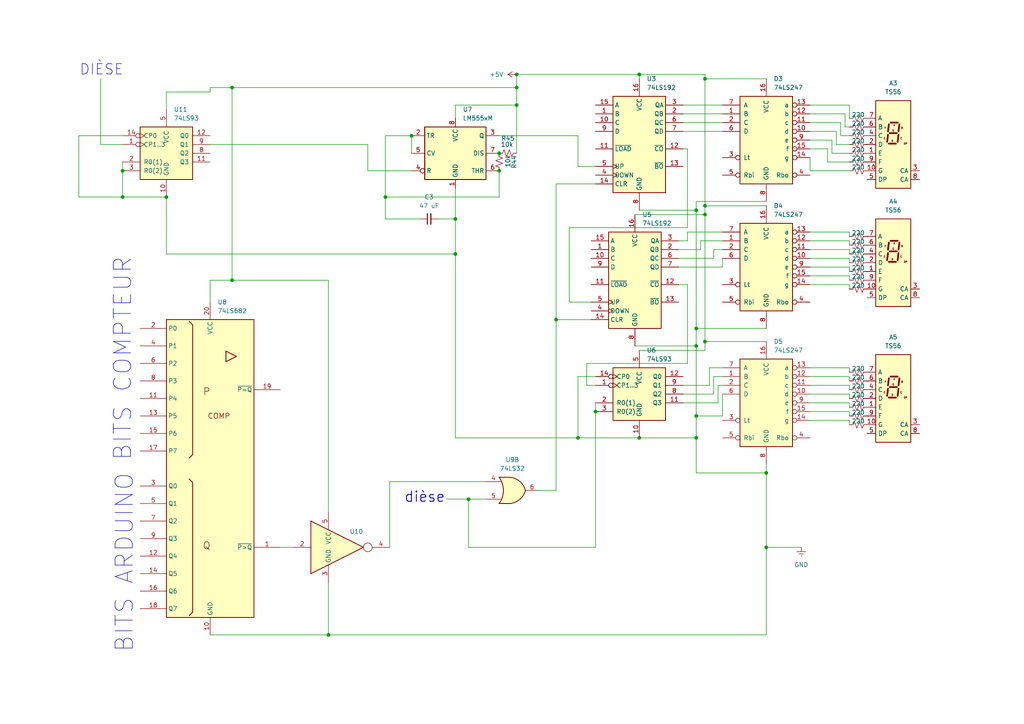
<source format=kicad_sch>
(kicad_sch
	(version 20250114)
	(generator "eeschema")
	(generator_version "9.0")
	(uuid "92e82bfa-0355-44a3-807c-95a83ae968e3")
	(paper "A4")
	(lib_symbols
		(symbol "74xGxx:74LVC1GU04DRL"
			(exclude_from_sim no)
			(in_bom yes)
			(on_board yes)
			(property "Reference" "U"
				(at -5.08 10.16 0)
				(effects
					(font
						(size 1.27 1.27)
					)
				)
			)
			(property "Value" "74LVC1GU04DRL"
				(at 17.78 10.16 0)
				(effects
					(font
						(size 1.27 1.27)
					)
				)
			)
			(property "Footprint" "Package_TO_SOT_SMD:SOT-553"
				(at 0 -12.7 0)
				(effects
					(font
						(size 1.27 1.27)
					)
					(hide yes)
				)
			)
			(property "Datasheet" "http://www.ti.com/lit/ds/symlink/sn74lvc1gu04.pdf"
				(at -3.81 0 0)
				(effects
					(font
						(size 1.27 1.27)
					)
					(hide yes)
				)
			)
			(property "Description" "Single Inverter Gate, SOT-553"
				(at 0 0 0)
				(effects
					(font
						(size 1.27 1.27)
					)
					(hide yes)
				)
			)
			(property "ki_keywords" "inverter cmos"
				(at 0 0 0)
				(effects
					(font
						(size 1.27 1.27)
					)
					(hide yes)
				)
			)
			(property "ki_fp_filters" "SOT*553*"
				(at 0 0 0)
				(effects
					(font
						(size 1.27 1.27)
					)
					(hide yes)
				)
			)
			(symbol "74LVC1GU04DRL_0_1"
				(rectangle
					(start -5.08 7.62)
					(end -5.08 -7.62)
					(stroke
						(width 0.254)
						(type default)
					)
					(fill
						(type background)
					)
				)
				(polyline
					(pts
						(xy -5.08 -7.62) (xy 10.16 0) (xy -5.08 7.62)
					)
					(stroke
						(width 0.254)
						(type default)
					)
					(fill
						(type background)
					)
				)
				(circle
					(center 11.43 0)
					(radius 1.27)
					(stroke
						(width 0)
						(type default)
					)
					(fill
						(type none)
					)
				)
			)
			(symbol "74LVC1GU04DRL_1_1"
				(pin input line
					(at -10.16 0 0)
					(length 5.08)
					(name "~"
						(effects
							(font
								(size 1.27 1.27)
							)
						)
					)
					(number "2"
						(effects
							(font
								(size 1.27 1.27)
							)
						)
					)
				)
				(pin power_in line
					(at 0 10.16 270)
					(length 5.08)
					(name "VCC"
						(effects
							(font
								(size 1.27 1.27)
							)
						)
					)
					(number "5"
						(effects
							(font
								(size 1.27 1.27)
							)
						)
					)
				)
				(pin power_in line
					(at 0 -10.16 90)
					(length 5.08)
					(name "GND"
						(effects
							(font
								(size 1.27 1.27)
							)
						)
					)
					(number "3"
						(effects
							(font
								(size 1.27 1.27)
							)
						)
					)
				)
				(pin no_connect line
					(at 10.16 0 180)
					(length 5.08)
					(hide yes)
					(name "NC"
						(effects
							(font
								(size 1.27 1.27)
							)
						)
					)
					(number "1"
						(effects
							(font
								(size 1.27 1.27)
							)
						)
					)
				)
				(pin output line
					(at 17.78 0 180)
					(length 5.08)
					(name "~"
						(effects
							(font
								(size 1.27 1.27)
							)
						)
					)
					(number "4"
						(effects
							(font
								(size 1.27 1.27)
							)
						)
					)
				)
			)
			(embedded_fonts no)
		)
		(symbol "74xx:74LS192"
			(exclude_from_sim no)
			(in_bom yes)
			(on_board yes)
			(property "Reference" "U"
				(at -7.62 13.97 0)
				(effects
					(font
						(size 1.27 1.27)
					)
				)
			)
			(property "Value" "74LS192"
				(at 5.08 13.97 0)
				(effects
					(font
						(size 1.27 1.27)
					)
				)
			)
			(property "Footprint" ""
				(at 0 0 0)
				(effects
					(font
						(size 1.27 1.27)
					)
					(hide yes)
				)
			)
			(property "Datasheet" "http://www.ti.com/lit/ds/symlink/sn74ls193.pdf"
				(at 0 0 0)
				(effects
					(font
						(size 1.27 1.27)
					)
					(hide yes)
				)
			)
			(property "Description" "Synchronous 4-bit Up/Down (2 clk) counter"
				(at 0 0 0)
				(effects
					(font
						(size 1.27 1.27)
					)
					(hide yes)
				)
			)
			(property "ki_keywords" "TTL CNT CNT4"
				(at 0 0 0)
				(effects
					(font
						(size 1.27 1.27)
					)
					(hide yes)
				)
			)
			(property "ki_fp_filters" "SOIC*3.9x9.9mm*P1.27mm* DIP*W7.62mm*"
				(at 0 0 0)
				(effects
					(font
						(size 1.27 1.27)
					)
					(hide yes)
				)
			)
			(symbol "74LS192_1_0"
				(pin input line
					(at -12.7 10.16 0)
					(length 5.08)
					(name "A"
						(effects
							(font
								(size 1.27 1.27)
							)
						)
					)
					(number "15"
						(effects
							(font
								(size 1.27 1.27)
							)
						)
					)
				)
				(pin input line
					(at -12.7 7.62 0)
					(length 5.08)
					(name "B"
						(effects
							(font
								(size 1.27 1.27)
							)
						)
					)
					(number "1"
						(effects
							(font
								(size 1.27 1.27)
							)
						)
					)
				)
				(pin input line
					(at -12.7 5.08 0)
					(length 5.08)
					(name "C"
						(effects
							(font
								(size 1.27 1.27)
							)
						)
					)
					(number "10"
						(effects
							(font
								(size 1.27 1.27)
							)
						)
					)
				)
				(pin input line
					(at -12.7 2.54 0)
					(length 5.08)
					(name "D"
						(effects
							(font
								(size 1.27 1.27)
							)
						)
					)
					(number "9"
						(effects
							(font
								(size 1.27 1.27)
							)
						)
					)
				)
				(pin input line
					(at -12.7 -2.54 0)
					(length 5.08)
					(name "~{LOAD}"
						(effects
							(font
								(size 1.27 1.27)
							)
						)
					)
					(number "11"
						(effects
							(font
								(size 1.27 1.27)
							)
						)
					)
				)
				(pin input clock
					(at -12.7 -7.62 0)
					(length 5.08)
					(name "UP"
						(effects
							(font
								(size 1.27 1.27)
							)
						)
					)
					(number "5"
						(effects
							(font
								(size 1.27 1.27)
							)
						)
					)
				)
				(pin input clock
					(at -12.7 -10.16 0)
					(length 5.08)
					(name "DOWN"
						(effects
							(font
								(size 1.27 1.27)
							)
						)
					)
					(number "4"
						(effects
							(font
								(size 1.27 1.27)
							)
						)
					)
				)
				(pin input line
					(at -12.7 -12.7 0)
					(length 5.08)
					(name "CLR"
						(effects
							(font
								(size 1.27 1.27)
							)
						)
					)
					(number "14"
						(effects
							(font
								(size 1.27 1.27)
							)
						)
					)
				)
				(pin power_in line
					(at 0 17.78 270)
					(length 5.08)
					(name "VCC"
						(effects
							(font
								(size 1.27 1.27)
							)
						)
					)
					(number "16"
						(effects
							(font
								(size 1.27 1.27)
							)
						)
					)
				)
				(pin power_in line
					(at 0 -20.32 90)
					(length 5.08)
					(name "GND"
						(effects
							(font
								(size 1.27 1.27)
							)
						)
					)
					(number "8"
						(effects
							(font
								(size 1.27 1.27)
							)
						)
					)
				)
				(pin output line
					(at 12.7 10.16 180)
					(length 5.08)
					(name "QA"
						(effects
							(font
								(size 1.27 1.27)
							)
						)
					)
					(number "3"
						(effects
							(font
								(size 1.27 1.27)
							)
						)
					)
				)
				(pin output line
					(at 12.7 7.62 180)
					(length 5.08)
					(name "QB"
						(effects
							(font
								(size 1.27 1.27)
							)
						)
					)
					(number "2"
						(effects
							(font
								(size 1.27 1.27)
							)
						)
					)
				)
				(pin output line
					(at 12.7 5.08 180)
					(length 5.08)
					(name "QC"
						(effects
							(font
								(size 1.27 1.27)
							)
						)
					)
					(number "6"
						(effects
							(font
								(size 1.27 1.27)
							)
						)
					)
				)
				(pin output line
					(at 12.7 2.54 180)
					(length 5.08)
					(name "QD"
						(effects
							(font
								(size 1.27 1.27)
							)
						)
					)
					(number "7"
						(effects
							(font
								(size 1.27 1.27)
							)
						)
					)
				)
				(pin output line
					(at 12.7 -2.54 180)
					(length 5.08)
					(name "~{CO}"
						(effects
							(font
								(size 1.27 1.27)
							)
						)
					)
					(number "12"
						(effects
							(font
								(size 1.27 1.27)
							)
						)
					)
				)
				(pin output line
					(at 12.7 -7.62 180)
					(length 5.08)
					(name "~{BO}"
						(effects
							(font
								(size 1.27 1.27)
							)
						)
					)
					(number "13"
						(effects
							(font
								(size 1.27 1.27)
							)
						)
					)
				)
			)
			(symbol "74LS192_1_1"
				(rectangle
					(start -7.62 12.7)
					(end 7.62 -15.24)
					(stroke
						(width 0.254)
						(type default)
					)
					(fill
						(type background)
					)
				)
			)
			(embedded_fonts no)
		)
		(symbol "74xx:74LS247"
			(pin_names
				(offset 1.016)
			)
			(exclude_from_sim no)
			(in_bom yes)
			(on_board yes)
			(property "Reference" "U"
				(at -7.62 13.97 0)
				(effects
					(font
						(size 1.27 1.27)
					)
				)
			)
			(property "Value" "74LS247"
				(at -7.62 -13.97 0)
				(effects
					(font
						(size 1.27 1.27)
					)
				)
			)
			(property "Footprint" ""
				(at 0 0 0)
				(effects
					(font
						(size 1.27 1.27)
					)
					(hide yes)
				)
			)
			(property "Datasheet" "http://www.ti.com/lit/gpn/sn74LS247"
				(at 0 0 0)
				(effects
					(font
						(size 1.27 1.27)
					)
					(hide yes)
				)
			)
			(property "Description" "BCD to 7 segments Decoder Open Collector active Low"
				(at 0 0 0)
				(effects
					(font
						(size 1.27 1.27)
					)
					(hide yes)
				)
			)
			(property "ki_locked" ""
				(at 0 0 0)
				(effects
					(font
						(size 1.27 1.27)
					)
				)
			)
			(property "ki_keywords" "TTL DECOD"
				(at 0 0 0)
				(effects
					(font
						(size 1.27 1.27)
					)
					(hide yes)
				)
			)
			(property "ki_fp_filters" "DIP?16*"
				(at 0 0 0)
				(effects
					(font
						(size 1.27 1.27)
					)
					(hide yes)
				)
			)
			(symbol "74LS247_1_0"
				(pin input line
					(at -12.7 10.16 0)
					(length 5.08)
					(name "A"
						(effects
							(font
								(size 1.27 1.27)
							)
						)
					)
					(number "7"
						(effects
							(font
								(size 1.27 1.27)
							)
						)
					)
				)
				(pin input line
					(at -12.7 7.62 0)
					(length 5.08)
					(name "B"
						(effects
							(font
								(size 1.27 1.27)
							)
						)
					)
					(number "1"
						(effects
							(font
								(size 1.27 1.27)
							)
						)
					)
				)
				(pin input line
					(at -12.7 5.08 0)
					(length 5.08)
					(name "C"
						(effects
							(font
								(size 1.27 1.27)
							)
						)
					)
					(number "2"
						(effects
							(font
								(size 1.27 1.27)
							)
						)
					)
				)
				(pin input line
					(at -12.7 2.54 0)
					(length 5.08)
					(name "D"
						(effects
							(font
								(size 1.27 1.27)
							)
						)
					)
					(number "6"
						(effects
							(font
								(size 1.27 1.27)
							)
						)
					)
				)
				(pin input inverted
					(at -12.7 -5.08 0)
					(length 5.08)
					(name "Lt"
						(effects
							(font
								(size 1.27 1.27)
							)
						)
					)
					(number "3"
						(effects
							(font
								(size 1.27 1.27)
							)
						)
					)
				)
				(pin input inverted
					(at -12.7 -10.16 0)
					(length 5.08)
					(name "Rbi"
						(effects
							(font
								(size 1.27 1.27)
							)
						)
					)
					(number "5"
						(effects
							(font
								(size 1.27 1.27)
							)
						)
					)
				)
				(pin power_in line
					(at 0 17.78 270)
					(length 5.08)
					(name "VCC"
						(effects
							(font
								(size 1.27 1.27)
							)
						)
					)
					(number "16"
						(effects
							(font
								(size 1.27 1.27)
							)
						)
					)
				)
				(pin power_in line
					(at 0 -17.78 90)
					(length 5.08)
					(name "GND"
						(effects
							(font
								(size 1.27 1.27)
							)
						)
					)
					(number "8"
						(effects
							(font
								(size 1.27 1.27)
							)
						)
					)
				)
				(pin open_collector inverted
					(at 12.7 10.16 180)
					(length 5.08)
					(name "a"
						(effects
							(font
								(size 1.27 1.27)
							)
						)
					)
					(number "13"
						(effects
							(font
								(size 1.27 1.27)
							)
						)
					)
				)
				(pin open_collector inverted
					(at 12.7 7.62 180)
					(length 5.08)
					(name "b"
						(effects
							(font
								(size 1.27 1.27)
							)
						)
					)
					(number "12"
						(effects
							(font
								(size 1.27 1.27)
							)
						)
					)
				)
				(pin open_collector inverted
					(at 12.7 5.08 180)
					(length 5.08)
					(name "c"
						(effects
							(font
								(size 1.27 1.27)
							)
						)
					)
					(number "11"
						(effects
							(font
								(size 1.27 1.27)
							)
						)
					)
				)
				(pin open_collector inverted
					(at 12.7 2.54 180)
					(length 5.08)
					(name "d"
						(effects
							(font
								(size 1.27 1.27)
							)
						)
					)
					(number "10"
						(effects
							(font
								(size 1.27 1.27)
							)
						)
					)
				)
				(pin open_collector inverted
					(at 12.7 0 180)
					(length 5.08)
					(name "e"
						(effects
							(font
								(size 1.27 1.27)
							)
						)
					)
					(number "9"
						(effects
							(font
								(size 1.27 1.27)
							)
						)
					)
				)
				(pin open_collector inverted
					(at 12.7 -2.54 180)
					(length 5.08)
					(name "f"
						(effects
							(font
								(size 1.27 1.27)
							)
						)
					)
					(number "15"
						(effects
							(font
								(size 1.27 1.27)
							)
						)
					)
				)
				(pin open_collector inverted
					(at 12.7 -5.08 180)
					(length 5.08)
					(name "g"
						(effects
							(font
								(size 1.27 1.27)
							)
						)
					)
					(number "14"
						(effects
							(font
								(size 1.27 1.27)
							)
						)
					)
				)
				(pin output inverted
					(at 12.7 -10.16 180)
					(length 5.08)
					(name "Rbo"
						(effects
							(font
								(size 1.27 1.27)
							)
						)
					)
					(number "4"
						(effects
							(font
								(size 1.27 1.27)
							)
						)
					)
				)
			)
			(symbol "74LS247_1_1"
				(rectangle
					(start -7.62 12.7)
					(end 7.62 -12.7)
					(stroke
						(width 0.254)
						(type default)
					)
					(fill
						(type background)
					)
				)
			)
			(embedded_fonts no)
		)
		(symbol "74xx:74LS32"
			(pin_names
				(offset 1.016)
			)
			(exclude_from_sim no)
			(in_bom yes)
			(on_board yes)
			(property "Reference" "U"
				(at 0 1.27 0)
				(effects
					(font
						(size 1.27 1.27)
					)
				)
			)
			(property "Value" "74LS32"
				(at 0 -1.27 0)
				(effects
					(font
						(size 1.27 1.27)
					)
				)
			)
			(property "Footprint" ""
				(at 0 0 0)
				(effects
					(font
						(size 1.27 1.27)
					)
					(hide yes)
				)
			)
			(property "Datasheet" "http://www.ti.com/lit/gpn/sn74LS32"
				(at 0 0 0)
				(effects
					(font
						(size 1.27 1.27)
					)
					(hide yes)
				)
			)
			(property "Description" "Quad 2-input OR"
				(at 0 0 0)
				(effects
					(font
						(size 1.27 1.27)
					)
					(hide yes)
				)
			)
			(property "ki_locked" ""
				(at 0 0 0)
				(effects
					(font
						(size 1.27 1.27)
					)
				)
			)
			(property "ki_keywords" "TTL Or2"
				(at 0 0 0)
				(effects
					(font
						(size 1.27 1.27)
					)
					(hide yes)
				)
			)
			(property "ki_fp_filters" "DIP?14*"
				(at 0 0 0)
				(effects
					(font
						(size 1.27 1.27)
					)
					(hide yes)
				)
			)
			(symbol "74LS32_1_1"
				(arc
					(start -3.81 3.81)
					(mid -2.589 0)
					(end -3.81 -3.81)
					(stroke
						(width 0.254)
						(type default)
					)
					(fill
						(type none)
					)
				)
				(polyline
					(pts
						(xy -3.81 3.81) (xy -0.635 3.81)
					)
					(stroke
						(width 0.254)
						(type default)
					)
					(fill
						(type background)
					)
				)
				(polyline
					(pts
						(xy -3.81 -3.81) (xy -0.635 -3.81)
					)
					(stroke
						(width 0.254)
						(type default)
					)
					(fill
						(type background)
					)
				)
				(arc
					(start 3.81 0)
					(mid 2.1855 -2.584)
					(end -0.6096 -3.81)
					(stroke
						(width 0.254)
						(type default)
					)
					(fill
						(type background)
					)
				)
				(arc
					(start -0.6096 3.81)
					(mid 2.1928 2.5924)
					(end 3.81 0)
					(stroke
						(width 0.254)
						(type default)
					)
					(fill
						(type background)
					)
				)
				(polyline
					(pts
						(xy -0.635 3.81) (xy -3.81 3.81) (xy -3.81 3.81) (xy -3.556 3.4036) (xy -3.0226 2.2606) (xy -2.6924 1.0414)
						(xy -2.6162 -0.254) (xy -2.7686 -1.4986) (xy -3.175 -2.7178) (xy -3.81 -3.81) (xy -3.81 -3.81)
						(xy -0.635 -3.81)
					)
					(stroke
						(width -25.4)
						(type default)
					)
					(fill
						(type background)
					)
				)
				(pin input line
					(at -7.62 2.54 0)
					(length 4.318)
					(name "~"
						(effects
							(font
								(size 1.27 1.27)
							)
						)
					)
					(number "1"
						(effects
							(font
								(size 1.27 1.27)
							)
						)
					)
				)
				(pin input line
					(at -7.62 -2.54 0)
					(length 4.318)
					(name "~"
						(effects
							(font
								(size 1.27 1.27)
							)
						)
					)
					(number "2"
						(effects
							(font
								(size 1.27 1.27)
							)
						)
					)
				)
				(pin output line
					(at 7.62 0 180)
					(length 3.81)
					(name "~"
						(effects
							(font
								(size 1.27 1.27)
							)
						)
					)
					(number "3"
						(effects
							(font
								(size 1.27 1.27)
							)
						)
					)
				)
			)
			(symbol "74LS32_1_2"
				(arc
					(start 0 3.81)
					(mid 3.7934 0)
					(end 0 -3.81)
					(stroke
						(width 0.254)
						(type default)
					)
					(fill
						(type background)
					)
				)
				(polyline
					(pts
						(xy 0 3.81) (xy -3.81 3.81) (xy -3.81 -3.81) (xy 0 -3.81)
					)
					(stroke
						(width 0.254)
						(type default)
					)
					(fill
						(type background)
					)
				)
				(pin input inverted
					(at -7.62 2.54 0)
					(length 3.81)
					(name "~"
						(effects
							(font
								(size 1.27 1.27)
							)
						)
					)
					(number "1"
						(effects
							(font
								(size 1.27 1.27)
							)
						)
					)
				)
				(pin input inverted
					(at -7.62 -2.54 0)
					(length 3.81)
					(name "~"
						(effects
							(font
								(size 1.27 1.27)
							)
						)
					)
					(number "2"
						(effects
							(font
								(size 1.27 1.27)
							)
						)
					)
				)
				(pin output inverted
					(at 7.62 0 180)
					(length 3.81)
					(name "~"
						(effects
							(font
								(size 1.27 1.27)
							)
						)
					)
					(number "3"
						(effects
							(font
								(size 1.27 1.27)
							)
						)
					)
				)
			)
			(symbol "74LS32_2_1"
				(arc
					(start -3.81 3.81)
					(mid -2.589 0)
					(end -3.81 -3.81)
					(stroke
						(width 0.254)
						(type default)
					)
					(fill
						(type none)
					)
				)
				(polyline
					(pts
						(xy -3.81 3.81) (xy -0.635 3.81)
					)
					(stroke
						(width 0.254)
						(type default)
					)
					(fill
						(type background)
					)
				)
				(polyline
					(pts
						(xy -3.81 -3.81) (xy -0.635 -3.81)
					)
					(stroke
						(width 0.254)
						(type default)
					)
					(fill
						(type background)
					)
				)
				(arc
					(start 3.81 0)
					(mid 2.1855 -2.584)
					(end -0.6096 -3.81)
					(stroke
						(width 0.254)
						(type default)
					)
					(fill
						(type background)
					)
				)
				(arc
					(start -0.6096 3.81)
					(mid 2.1928 2.5924)
					(end 3.81 0)
					(stroke
						(width 0.254)
						(type default)
					)
					(fill
						(type background)
					)
				)
				(polyline
					(pts
						(xy -0.635 3.81) (xy -3.81 3.81) (xy -3.81 3.81) (xy -3.556 3.4036) (xy -3.0226 2.2606) (xy -2.6924 1.0414)
						(xy -2.6162 -0.254) (xy -2.7686 -1.4986) (xy -3.175 -2.7178) (xy -3.81 -3.81) (xy -3.81 -3.81)
						(xy -0.635 -3.81)
					)
					(stroke
						(width -25.4)
						(type default)
					)
					(fill
						(type background)
					)
				)
				(pin input line
					(at -7.62 2.54 0)
					(length 4.318)
					(name "~"
						(effects
							(font
								(size 1.27 1.27)
							)
						)
					)
					(number "4"
						(effects
							(font
								(size 1.27 1.27)
							)
						)
					)
				)
				(pin input line
					(at -7.62 -2.54 0)
					(length 4.318)
					(name "~"
						(effects
							(font
								(size 1.27 1.27)
							)
						)
					)
					(number "5"
						(effects
							(font
								(size 1.27 1.27)
							)
						)
					)
				)
				(pin output line
					(at 7.62 0 180)
					(length 3.81)
					(name "~"
						(effects
							(font
								(size 1.27 1.27)
							)
						)
					)
					(number "6"
						(effects
							(font
								(size 1.27 1.27)
							)
						)
					)
				)
			)
			(symbol "74LS32_2_2"
				(arc
					(start 0 3.81)
					(mid 3.7934 0)
					(end 0 -3.81)
					(stroke
						(width 0.254)
						(type default)
					)
					(fill
						(type background)
					)
				)
				(polyline
					(pts
						(xy 0 3.81) (xy -3.81 3.81) (xy -3.81 -3.81) (xy 0 -3.81)
					)
					(stroke
						(width 0.254)
						(type default)
					)
					(fill
						(type background)
					)
				)
				(pin input inverted
					(at -7.62 2.54 0)
					(length 3.81)
					(name "~"
						(effects
							(font
								(size 1.27 1.27)
							)
						)
					)
					(number "4"
						(effects
							(font
								(size 1.27 1.27)
							)
						)
					)
				)
				(pin input inverted
					(at -7.62 -2.54 0)
					(length 3.81)
					(name "~"
						(effects
							(font
								(size 1.27 1.27)
							)
						)
					)
					(number "5"
						(effects
							(font
								(size 1.27 1.27)
							)
						)
					)
				)
				(pin output inverted
					(at 7.62 0 180)
					(length 3.81)
					(name "~"
						(effects
							(font
								(size 1.27 1.27)
							)
						)
					)
					(number "6"
						(effects
							(font
								(size 1.27 1.27)
							)
						)
					)
				)
			)
			(symbol "74LS32_3_1"
				(arc
					(start -3.81 3.81)
					(mid -2.589 0)
					(end -3.81 -3.81)
					(stroke
						(width 0.254)
						(type default)
					)
					(fill
						(type none)
					)
				)
				(polyline
					(pts
						(xy -3.81 3.81) (xy -0.635 3.81)
					)
					(stroke
						(width 0.254)
						(type default)
					)
					(fill
						(type background)
					)
				)
				(polyline
					(pts
						(xy -3.81 -3.81) (xy -0.635 -3.81)
					)
					(stroke
						(width 0.254)
						(type default)
					)
					(fill
						(type background)
					)
				)
				(arc
					(start 3.81 0)
					(mid 2.1855 -2.584)
					(end -0.6096 -3.81)
					(stroke
						(width 0.254)
						(type default)
					)
					(fill
						(type background)
					)
				)
				(arc
					(start -0.6096 3.81)
					(mid 2.1928 2.5924)
					(end 3.81 0)
					(stroke
						(width 0.254)
						(type default)
					)
					(fill
						(type background)
					)
				)
				(polyline
					(pts
						(xy -0.635 3.81) (xy -3.81 3.81) (xy -3.81 3.81) (xy -3.556 3.4036) (xy -3.0226 2.2606) (xy -2.6924 1.0414)
						(xy -2.6162 -0.254) (xy -2.7686 -1.4986) (xy -3.175 -2.7178) (xy -3.81 -3.81) (xy -3.81 -3.81)
						(xy -0.635 -3.81)
					)
					(stroke
						(width -25.4)
						(type default)
					)
					(fill
						(type background)
					)
				)
				(pin input line
					(at -7.62 2.54 0)
					(length 4.318)
					(name "~"
						(effects
							(font
								(size 1.27 1.27)
							)
						)
					)
					(number "9"
						(effects
							(font
								(size 1.27 1.27)
							)
						)
					)
				)
				(pin input line
					(at -7.62 -2.54 0)
					(length 4.318)
					(name "~"
						(effects
							(font
								(size 1.27 1.27)
							)
						)
					)
					(number "10"
						(effects
							(font
								(size 1.27 1.27)
							)
						)
					)
				)
				(pin output line
					(at 7.62 0 180)
					(length 3.81)
					(name "~"
						(effects
							(font
								(size 1.27 1.27)
							)
						)
					)
					(number "8"
						(effects
							(font
								(size 1.27 1.27)
							)
						)
					)
				)
			)
			(symbol "74LS32_3_2"
				(arc
					(start 0 3.81)
					(mid 3.7934 0)
					(end 0 -3.81)
					(stroke
						(width 0.254)
						(type default)
					)
					(fill
						(type background)
					)
				)
				(polyline
					(pts
						(xy 0 3.81) (xy -3.81 3.81) (xy -3.81 -3.81) (xy 0 -3.81)
					)
					(stroke
						(width 0.254)
						(type default)
					)
					(fill
						(type background)
					)
				)
				(pin input inverted
					(at -7.62 2.54 0)
					(length 3.81)
					(name "~"
						(effects
							(font
								(size 1.27 1.27)
							)
						)
					)
					(number "9"
						(effects
							(font
								(size 1.27 1.27)
							)
						)
					)
				)
				(pin input inverted
					(at -7.62 -2.54 0)
					(length 3.81)
					(name "~"
						(effects
							(font
								(size 1.27 1.27)
							)
						)
					)
					(number "10"
						(effects
							(font
								(size 1.27 1.27)
							)
						)
					)
				)
				(pin output inverted
					(at 7.62 0 180)
					(length 3.81)
					(name "~"
						(effects
							(font
								(size 1.27 1.27)
							)
						)
					)
					(number "8"
						(effects
							(font
								(size 1.27 1.27)
							)
						)
					)
				)
			)
			(symbol "74LS32_4_1"
				(arc
					(start -3.81 3.81)
					(mid -2.589 0)
					(end -3.81 -3.81)
					(stroke
						(width 0.254)
						(type default)
					)
					(fill
						(type none)
					)
				)
				(polyline
					(pts
						(xy -3.81 3.81) (xy -0.635 3.81)
					)
					(stroke
						(width 0.254)
						(type default)
					)
					(fill
						(type background)
					)
				)
				(polyline
					(pts
						(xy -3.81 -3.81) (xy -0.635 -3.81)
					)
					(stroke
						(width 0.254)
						(type default)
					)
					(fill
						(type background)
					)
				)
				(arc
					(start 3.81 0)
					(mid 2.1855 -2.584)
					(end -0.6096 -3.81)
					(stroke
						(width 0.254)
						(type default)
					)
					(fill
						(type background)
					)
				)
				(arc
					(start -0.6096 3.81)
					(mid 2.1928 2.5924)
					(end 3.81 0)
					(stroke
						(width 0.254)
						(type default)
					)
					(fill
						(type background)
					)
				)
				(polyline
					(pts
						(xy -0.635 3.81) (xy -3.81 3.81) (xy -3.81 3.81) (xy -3.556 3.4036) (xy -3.0226 2.2606) (xy -2.6924 1.0414)
						(xy -2.6162 -0.254) (xy -2.7686 -1.4986) (xy -3.175 -2.7178) (xy -3.81 -3.81) (xy -3.81 -3.81)
						(xy -0.635 -3.81)
					)
					(stroke
						(width -25.4)
						(type default)
					)
					(fill
						(type background)
					)
				)
				(pin input line
					(at -7.62 2.54 0)
					(length 4.318)
					(name "~"
						(effects
							(font
								(size 1.27 1.27)
							)
						)
					)
					(number "12"
						(effects
							(font
								(size 1.27 1.27)
							)
						)
					)
				)
				(pin input line
					(at -7.62 -2.54 0)
					(length 4.318)
					(name "~"
						(effects
							(font
								(size 1.27 1.27)
							)
						)
					)
					(number "13"
						(effects
							(font
								(size 1.27 1.27)
							)
						)
					)
				)
				(pin output line
					(at 7.62 0 180)
					(length 3.81)
					(name "~"
						(effects
							(font
								(size 1.27 1.27)
							)
						)
					)
					(number "11"
						(effects
							(font
								(size 1.27 1.27)
							)
						)
					)
				)
			)
			(symbol "74LS32_4_2"
				(arc
					(start 0 3.81)
					(mid 3.7934 0)
					(end 0 -3.81)
					(stroke
						(width 0.254)
						(type default)
					)
					(fill
						(type background)
					)
				)
				(polyline
					(pts
						(xy 0 3.81) (xy -3.81 3.81) (xy -3.81 -3.81) (xy 0 -3.81)
					)
					(stroke
						(width 0.254)
						(type default)
					)
					(fill
						(type background)
					)
				)
				(pin input inverted
					(at -7.62 2.54 0)
					(length 3.81)
					(name "~"
						(effects
							(font
								(size 1.27 1.27)
							)
						)
					)
					(number "12"
						(effects
							(font
								(size 1.27 1.27)
							)
						)
					)
				)
				(pin input inverted
					(at -7.62 -2.54 0)
					(length 3.81)
					(name "~"
						(effects
							(font
								(size 1.27 1.27)
							)
						)
					)
					(number "13"
						(effects
							(font
								(size 1.27 1.27)
							)
						)
					)
				)
				(pin output inverted
					(at 7.62 0 180)
					(length 3.81)
					(name "~"
						(effects
							(font
								(size 1.27 1.27)
							)
						)
					)
					(number "11"
						(effects
							(font
								(size 1.27 1.27)
							)
						)
					)
				)
			)
			(symbol "74LS32_5_0"
				(pin power_in line
					(at 0 12.7 270)
					(length 5.08)
					(name "VCC"
						(effects
							(font
								(size 1.27 1.27)
							)
						)
					)
					(number "14"
						(effects
							(font
								(size 1.27 1.27)
							)
						)
					)
				)
				(pin power_in line
					(at 0 -12.7 90)
					(length 5.08)
					(name "GND"
						(effects
							(font
								(size 1.27 1.27)
							)
						)
					)
					(number "7"
						(effects
							(font
								(size 1.27 1.27)
							)
						)
					)
				)
			)
			(symbol "74LS32_5_1"
				(rectangle
					(start -5.08 7.62)
					(end 5.08 -7.62)
					(stroke
						(width 0.254)
						(type default)
					)
					(fill
						(type background)
					)
				)
			)
			(embedded_fonts no)
		)
		(symbol "74xx:74LS93"
			(pin_names
				(offset 1.016)
			)
			(exclude_from_sim no)
			(in_bom yes)
			(on_board yes)
			(property "Reference" "U"
				(at -7.62 8.89 0)
				(effects
					(font
						(size 1.27 1.27)
					)
				)
			)
			(property "Value" "74LS93"
				(at -7.62 -8.89 0)
				(effects
					(font
						(size 1.27 1.27)
					)
				)
			)
			(property "Footprint" ""
				(at 0 0 0)
				(effects
					(font
						(size 1.27 1.27)
					)
					(hide yes)
				)
			)
			(property "Datasheet" "http://www.ti.com/lit/gpn/sn74LS93"
				(at 0 0 0)
				(effects
					(font
						(size 1.27 1.27)
					)
					(hide yes)
				)
			)
			(property "Description" "Divide by 2 & 8 counter"
				(at 0 0 0)
				(effects
					(font
						(size 1.27 1.27)
					)
					(hide yes)
				)
			)
			(property "ki_locked" ""
				(at 0 0 0)
				(effects
					(font
						(size 1.27 1.27)
					)
				)
			)
			(property "ki_keywords" "TTL CNT CNT4"
				(at 0 0 0)
				(effects
					(font
						(size 1.27 1.27)
					)
					(hide yes)
				)
			)
			(property "ki_fp_filters" "DIP*W7.62mm*"
				(at 0 0 0)
				(effects
					(font
						(size 1.27 1.27)
					)
					(hide yes)
				)
			)
			(symbol "74LS93_1_0"
				(pin input inverted_clock
					(at -12.7 5.08 0)
					(length 5.08)
					(name "CP0"
						(effects
							(font
								(size 1.27 1.27)
							)
						)
					)
					(number "14"
						(effects
							(font
								(size 1.27 1.27)
							)
						)
					)
				)
				(pin input inverted_clock
					(at -12.7 2.54 0)
					(length 5.08)
					(name "CP1..3"
						(effects
							(font
								(size 1.27 1.27)
							)
						)
					)
					(number "1"
						(effects
							(font
								(size 1.27 1.27)
							)
						)
					)
				)
				(pin input line
					(at -12.7 -2.54 0)
					(length 5.08)
					(name "R0(1)"
						(effects
							(font
								(size 1.27 1.27)
							)
						)
					)
					(number "2"
						(effects
							(font
								(size 1.27 1.27)
							)
						)
					)
				)
				(pin input line
					(at -12.7 -5.08 0)
					(length 5.08)
					(name "R0(2)"
						(effects
							(font
								(size 1.27 1.27)
							)
						)
					)
					(number "3"
						(effects
							(font
								(size 1.27 1.27)
							)
						)
					)
				)
				(pin power_in line
					(at 0 12.7 270)
					(length 5.08)
					(name "VCC"
						(effects
							(font
								(size 1.27 1.27)
							)
						)
					)
					(number "5"
						(effects
							(font
								(size 1.27 1.27)
							)
						)
					)
				)
				(pin power_in line
					(at 0 -12.7 90)
					(length 5.08)
					(name "GND"
						(effects
							(font
								(size 1.27 1.27)
							)
						)
					)
					(number "10"
						(effects
							(font
								(size 1.27 1.27)
							)
						)
					)
				)
				(pin output line
					(at 12.7 5.08 180)
					(length 5.08)
					(name "Q0"
						(effects
							(font
								(size 1.27 1.27)
							)
						)
					)
					(number "12"
						(effects
							(font
								(size 1.27 1.27)
							)
						)
					)
				)
				(pin output line
					(at 12.7 2.54 180)
					(length 5.08)
					(name "Q1"
						(effects
							(font
								(size 1.27 1.27)
							)
						)
					)
					(number "9"
						(effects
							(font
								(size 1.27 1.27)
							)
						)
					)
				)
				(pin output line
					(at 12.7 0 180)
					(length 5.08)
					(name "Q2"
						(effects
							(font
								(size 1.27 1.27)
							)
						)
					)
					(number "8"
						(effects
							(font
								(size 1.27 1.27)
							)
						)
					)
				)
				(pin output line
					(at 12.7 -2.54 180)
					(length 5.08)
					(name "Q3"
						(effects
							(font
								(size 1.27 1.27)
							)
						)
					)
					(number "11"
						(effects
							(font
								(size 1.27 1.27)
							)
						)
					)
				)
			)
			(symbol "74LS93_1_1"
				(rectangle
					(start -7.62 7.62)
					(end 7.62 -7.62)
					(stroke
						(width 0.254)
						(type default)
					)
					(fill
						(type background)
					)
				)
			)
			(embedded_fonts no)
		)
		(symbol "74xx_IEEE:74LS682"
			(exclude_from_sim no)
			(in_bom yes)
			(on_board yes)
			(property "Reference" "U"
				(at 15.24 45.72 0)
				(effects
					(font
						(size 1.27 1.27)
					)
				)
			)
			(property "Value" "74LS682"
				(at 20.32 -45.72 0)
				(effects
					(font
						(size 1.27 1.27)
					)
				)
			)
			(property "Footprint" ""
				(at 0 0 0)
				(effects
					(font
						(size 1.27 1.27)
					)
					(hide yes)
				)
			)
			(property "Datasheet" ""
				(at 0 0 0)
				(effects
					(font
						(size 1.27 1.27)
					)
					(hide yes)
				)
			)
			(property "Description" ""
				(at 0 0 0)
				(effects
					(font
						(size 1.27 1.27)
					)
					(hide yes)
				)
			)
			(symbol "74LS682_0_0"
				(polyline
					(pts
						(xy 4.572 34.036) (xy 4.572 30.988) (xy 7.62 32.512) (xy 4.572 34.036) (xy 4.572 34.036)
					)
					(stroke
						(width 0.254)
						(type default)
					)
					(fill
						(type background)
					)
				)
				(text "P"
					(at -1.016 22.352 0)
					(effects
						(font
							(size 2.032 2.032)
						)
					)
				)
				(text "Q"
					(at -1.016 -22.352 0)
					(effects
						(font
							(size 2.032 2.032)
						)
					)
				)
				(text "COMP"
					(at 2.54 15.24 0)
					(effects
						(font
							(size 1.524 1.524)
						)
					)
				)
			)
			(symbol "74LS682_0_1"
				(rectangle
					(start -12.7 43.18)
					(end 12.7 -43.18)
					(stroke
						(width 0.254)
						(type default)
					)
					(fill
						(type background)
					)
				)
				(polyline
					(pts
						(xy -6.096 42.672) (xy -5.08 41.656) (xy -5.08 4.064) (xy -6.096 3.048) (xy -6.096 3.048)
					)
					(stroke
						(width 0.254)
						(type default)
					)
					(fill
						(type background)
					)
				)
				(polyline
					(pts
						(xy -6.096 -3.048) (xy -5.08 -4.064) (xy -5.08 -41.656) (xy -6.096 -42.672) (xy -6.096 -42.672)
					)
					(stroke
						(width 0.254)
						(type default)
					)
					(fill
						(type background)
					)
				)
				(pin power_in line
					(at 0 -48.26 90)
					(length 5.08)
					(name "GND"
						(effects
							(font
								(size 1.27 1.27)
							)
						)
					)
					(number "10"
						(effects
							(font
								(size 1.27 1.27)
							)
						)
					)
				)
			)
			(symbol "74LS682_1_1"
				(pin input line
					(at -20.32 40.64 0)
					(length 7.62)
					(name "P0"
						(effects
							(font
								(size 1.27 1.27)
							)
						)
					)
					(number "2"
						(effects
							(font
								(size 1.27 1.27)
							)
						)
					)
				)
				(pin input line
					(at -20.32 35.56 0)
					(length 7.62)
					(name "P1"
						(effects
							(font
								(size 1.27 1.27)
							)
						)
					)
					(number "4"
						(effects
							(font
								(size 1.27 1.27)
							)
						)
					)
				)
				(pin input line
					(at -20.32 30.48 0)
					(length 7.62)
					(name "P2"
						(effects
							(font
								(size 1.27 1.27)
							)
						)
					)
					(number "6"
						(effects
							(font
								(size 1.27 1.27)
							)
						)
					)
				)
				(pin input line
					(at -20.32 25.4 0)
					(length 7.62)
					(name "P3"
						(effects
							(font
								(size 1.27 1.27)
							)
						)
					)
					(number "8"
						(effects
							(font
								(size 1.27 1.27)
							)
						)
					)
				)
				(pin input line
					(at -20.32 20.32 0)
					(length 7.62)
					(name "P4"
						(effects
							(font
								(size 1.27 1.27)
							)
						)
					)
					(number "11"
						(effects
							(font
								(size 1.27 1.27)
							)
						)
					)
				)
				(pin input line
					(at -20.32 15.24 0)
					(length 7.62)
					(name "P5"
						(effects
							(font
								(size 1.27 1.27)
							)
						)
					)
					(number "13"
						(effects
							(font
								(size 1.27 1.27)
							)
						)
					)
				)
				(pin input line
					(at -20.32 10.16 0)
					(length 7.62)
					(name "P6"
						(effects
							(font
								(size 1.27 1.27)
							)
						)
					)
					(number "15"
						(effects
							(font
								(size 1.27 1.27)
							)
						)
					)
				)
				(pin input line
					(at -20.32 5.08 0)
					(length 7.62)
					(name "P7"
						(effects
							(font
								(size 1.27 1.27)
							)
						)
					)
					(number "17"
						(effects
							(font
								(size 1.27 1.27)
							)
						)
					)
				)
				(pin input line
					(at -20.32 -5.08 0)
					(length 7.62)
					(name "Q0"
						(effects
							(font
								(size 1.27 1.27)
							)
						)
					)
					(number "3"
						(effects
							(font
								(size 1.27 1.27)
							)
						)
					)
				)
				(pin input line
					(at -20.32 -10.16 0)
					(length 7.62)
					(name "Q1"
						(effects
							(font
								(size 1.27 1.27)
							)
						)
					)
					(number "5"
						(effects
							(font
								(size 1.27 1.27)
							)
						)
					)
				)
				(pin input line
					(at -20.32 -15.24 0)
					(length 7.62)
					(name "Q2"
						(effects
							(font
								(size 1.27 1.27)
							)
						)
					)
					(number "7"
						(effects
							(font
								(size 1.27 1.27)
							)
						)
					)
				)
				(pin input line
					(at -20.32 -20.32 0)
					(length 7.62)
					(name "Q3"
						(effects
							(font
								(size 1.27 1.27)
							)
						)
					)
					(number "9"
						(effects
							(font
								(size 1.27 1.27)
							)
						)
					)
				)
				(pin input line
					(at -20.32 -25.4 0)
					(length 7.62)
					(name "Q4"
						(effects
							(font
								(size 1.27 1.27)
							)
						)
					)
					(number "12"
						(effects
							(font
								(size 1.27 1.27)
							)
						)
					)
				)
				(pin input line
					(at -20.32 -30.48 0)
					(length 7.62)
					(name "Q5"
						(effects
							(font
								(size 1.27 1.27)
							)
						)
					)
					(number "14"
						(effects
							(font
								(size 1.27 1.27)
							)
						)
					)
				)
				(pin input line
					(at -20.32 -35.56 0)
					(length 7.62)
					(name "Q6"
						(effects
							(font
								(size 1.27 1.27)
							)
						)
					)
					(number "16"
						(effects
							(font
								(size 1.27 1.27)
							)
						)
					)
				)
				(pin input line
					(at -20.32 -40.64 0)
					(length 7.62)
					(name "Q7"
						(effects
							(font
								(size 1.27 1.27)
							)
						)
					)
					(number "18"
						(effects
							(font
								(size 1.27 1.27)
							)
						)
					)
				)
				(pin power_in line
					(at 0 48.26 270)
					(length 5.08)
					(name "VCC"
						(effects
							(font
								(size 1.27 1.27)
							)
						)
					)
					(number "20"
						(effects
							(font
								(size 1.27 1.27)
							)
						)
					)
				)
				(pin output line
					(at 20.32 22.86 180)
					(length 7.62)
					(name "~{P=Q}"
						(effects
							(font
								(size 1.27 1.27)
							)
						)
					)
					(number "19"
						(effects
							(font
								(size 1.27 1.27)
							)
						)
					)
				)
				(pin output line
					(at 20.32 -22.86 180)
					(length 7.62)
					(name "~{P>Q}"
						(effects
							(font
								(size 1.27 1.27)
							)
						)
					)
					(number "1"
						(effects
							(font
								(size 1.27 1.27)
							)
						)
					)
				)
			)
			(embedded_fonts no)
		)
		(symbol "Device:C_Small"
			(pin_numbers
				(hide yes)
			)
			(pin_names
				(offset 0.254)
				(hide yes)
			)
			(exclude_from_sim no)
			(in_bom yes)
			(on_board yes)
			(property "Reference" "C"
				(at 0.254 1.778 0)
				(effects
					(font
						(size 1.27 1.27)
					)
					(justify left)
				)
			)
			(property "Value" "C_Small"
				(at 0.254 -2.032 0)
				(effects
					(font
						(size 1.27 1.27)
					)
					(justify left)
				)
			)
			(property "Footprint" ""
				(at 0 0 0)
				(effects
					(font
						(size 1.27 1.27)
					)
					(hide yes)
				)
			)
			(property "Datasheet" "~"
				(at 0 0 0)
				(effects
					(font
						(size 1.27 1.27)
					)
					(hide yes)
				)
			)
			(property "Description" "Unpolarized capacitor, small symbol"
				(at 0 0 0)
				(effects
					(font
						(size 1.27 1.27)
					)
					(hide yes)
				)
			)
			(property "ki_keywords" "capacitor cap"
				(at 0 0 0)
				(effects
					(font
						(size 1.27 1.27)
					)
					(hide yes)
				)
			)
			(property "ki_fp_filters" "C_*"
				(at 0 0 0)
				(effects
					(font
						(size 1.27 1.27)
					)
					(hide yes)
				)
			)
			(symbol "C_Small_0_1"
				(polyline
					(pts
						(xy -1.524 0.508) (xy 1.524 0.508)
					)
					(stroke
						(width 0.3048)
						(type default)
					)
					(fill
						(type none)
					)
				)
				(polyline
					(pts
						(xy -1.524 -0.508) (xy 1.524 -0.508)
					)
					(stroke
						(width 0.3302)
						(type default)
					)
					(fill
						(type none)
					)
				)
			)
			(symbol "C_Small_1_1"
				(pin passive line
					(at 0 2.54 270)
					(length 2.032)
					(name "~"
						(effects
							(font
								(size 1.27 1.27)
							)
						)
					)
					(number "1"
						(effects
							(font
								(size 1.27 1.27)
							)
						)
					)
				)
				(pin passive line
					(at 0 -2.54 90)
					(length 2.032)
					(name "~"
						(effects
							(font
								(size 1.27 1.27)
							)
						)
					)
					(number "2"
						(effects
							(font
								(size 1.27 1.27)
							)
						)
					)
				)
			)
			(embedded_fonts no)
		)
		(symbol "Device:R_Small_US"
			(pin_numbers
				(hide yes)
			)
			(pin_names
				(offset 0.254)
				(hide yes)
			)
			(exclude_from_sim no)
			(in_bom yes)
			(on_board yes)
			(property "Reference" "R"
				(at 0.762 0.508 0)
				(effects
					(font
						(size 1.27 1.27)
					)
					(justify left)
				)
			)
			(property "Value" "R_Small_US"
				(at 0.762 -1.016 0)
				(effects
					(font
						(size 1.27 1.27)
					)
					(justify left)
				)
			)
			(property "Footprint" ""
				(at 0 0 0)
				(effects
					(font
						(size 1.27 1.27)
					)
					(hide yes)
				)
			)
			(property "Datasheet" "~"
				(at 0 0 0)
				(effects
					(font
						(size 1.27 1.27)
					)
					(hide yes)
				)
			)
			(property "Description" "Resistor, small US symbol"
				(at 0 0 0)
				(effects
					(font
						(size 1.27 1.27)
					)
					(hide yes)
				)
			)
			(property "ki_keywords" "r resistor"
				(at 0 0 0)
				(effects
					(font
						(size 1.27 1.27)
					)
					(hide yes)
				)
			)
			(property "ki_fp_filters" "R_*"
				(at 0 0 0)
				(effects
					(font
						(size 1.27 1.27)
					)
					(hide yes)
				)
			)
			(symbol "R_Small_US_1_1"
				(polyline
					(pts
						(xy 0 1.524) (xy 1.016 1.143) (xy 0 0.762) (xy -1.016 0.381) (xy 0 0)
					)
					(stroke
						(width 0)
						(type default)
					)
					(fill
						(type none)
					)
				)
				(polyline
					(pts
						(xy 0 0) (xy 1.016 -0.381) (xy 0 -0.762) (xy -1.016 -1.143) (xy 0 -1.524)
					)
					(stroke
						(width 0)
						(type default)
					)
					(fill
						(type none)
					)
				)
				(pin passive line
					(at 0 2.54 270)
					(length 1.016)
					(name "~"
						(effects
							(font
								(size 1.27 1.27)
							)
						)
					)
					(number "1"
						(effects
							(font
								(size 1.27 1.27)
							)
						)
					)
				)
				(pin passive line
					(at 0 -2.54 90)
					(length 1.016)
					(name "~"
						(effects
							(font
								(size 1.27 1.27)
							)
						)
					)
					(number "2"
						(effects
							(font
								(size 1.27 1.27)
							)
						)
					)
				)
			)
			(embedded_fonts no)
		)
		(symbol "Display_Character:KCSA02-107"
			(pin_names
				(offset 0.635)
			)
			(exclude_from_sim no)
			(in_bom yes)
			(on_board yes)
			(property "Reference" "U"
				(at -2.54 13.97 0)
				(effects
					(font
						(size 1.27 1.27)
					)
					(justify right)
				)
			)
			(property "Value" "KCSA02-107"
				(at 1.27 13.97 0)
				(effects
					(font
						(size 1.27 1.27)
					)
					(justify left)
				)
			)
			(property "Footprint" "Display_7Segment:KCSC02-107"
				(at 0 -15.24 0)
				(effects
					(font
						(size 1.27 1.27)
					)
					(hide yes)
				)
			)
			(property "Datasheet" "http://www.kingbright.com/attachments/file/psearch/000/00/00/KCSA02-107(Ver.10A).pdf"
				(at -12.7 12.065 0)
				(effects
					(font
						(size 1.27 1.27)
					)
					(justify left)
					(hide yes)
				)
			)
			(property "Description" "One digit 7 segment super bright orange LED, common anode"
				(at 0 0 0)
				(effects
					(font
						(size 1.27 1.27)
					)
					(hide yes)
				)
			)
			(property "ki_keywords" "display LED 7-segment"
				(at 0 0 0)
				(effects
					(font
						(size 1.27 1.27)
					)
					(hide yes)
				)
			)
			(property "ki_fp_filters" "KCSC02?107*"
				(at 0 0 0)
				(effects
					(font
						(size 1.27 1.27)
					)
					(hide yes)
				)
			)
			(symbol "KCSA02-107_0_0"
				(text "E"
					(at -2.54 1.778 0)
					(effects
						(font
							(size 0.508 0.508)
						)
					)
				)
				(text "F"
					(at -2.286 4.826 0)
					(effects
						(font
							(size 0.508 0.508)
						)
					)
				)
				(text "D"
					(at -0.254 1.016 0)
					(effects
						(font
							(size 0.508 0.508)
						)
					)
				)
				(text "G"
					(at 0 4.064 0)
					(effects
						(font
							(size 0.508 0.508)
						)
					)
				)
				(text "A"
					(at 0.254 5.588 0)
					(effects
						(font
							(size 0.508 0.508)
						)
					)
				)
				(text "C"
					(at 2.286 1.778 0)
					(effects
						(font
							(size 0.508 0.508)
						)
					)
				)
				(text "B"
					(at 2.54 4.826 0)
					(effects
						(font
							(size 0.508 0.508)
						)
					)
				)
				(text "DP"
					(at 3.556 0.254 0)
					(effects
						(font
							(size 0.508 0.508)
						)
					)
				)
			)
			(symbol "KCSA02-107_0_1"
				(rectangle
					(start -5.08 12.7)
					(end 5.08 -12.7)
					(stroke
						(width 0.254)
						(type default)
					)
					(fill
						(type background)
					)
				)
				(polyline
					(pts
						(xy -1.524 2.794) (xy -1.778 0.762)
					)
					(stroke
						(width 0.508)
						(type default)
					)
					(fill
						(type none)
					)
				)
				(polyline
					(pts
						(xy -1.27 5.842) (xy -1.524 3.81)
					)
					(stroke
						(width 0.508)
						(type default)
					)
					(fill
						(type none)
					)
				)
				(polyline
					(pts
						(xy -1.27 0.254) (xy 0.762 0.254)
					)
					(stroke
						(width 0.508)
						(type default)
					)
					(fill
						(type none)
					)
				)
				(polyline
					(pts
						(xy -1.016 3.302) (xy 1.016 3.302)
					)
					(stroke
						(width 0.508)
						(type default)
					)
					(fill
						(type none)
					)
				)
				(polyline
					(pts
						(xy -0.762 6.35) (xy 1.27 6.35)
					)
					(stroke
						(width 0.508)
						(type default)
					)
					(fill
						(type none)
					)
				)
				(polyline
					(pts
						(xy 1.524 2.794) (xy 1.27 0.762)
					)
					(stroke
						(width 0.508)
						(type default)
					)
					(fill
						(type none)
					)
				)
				(polyline
					(pts
						(xy 1.778 5.842) (xy 1.524 3.81)
					)
					(stroke
						(width 0.508)
						(type default)
					)
					(fill
						(type none)
					)
				)
				(polyline
					(pts
						(xy 2.54 0.254) (xy 2.54 0.254)
					)
					(stroke
						(width 0.508)
						(type default)
					)
					(fill
						(type none)
					)
				)
			)
			(symbol "KCSA02-107_1_1"
				(pin input line
					(at -7.62 7.62 0)
					(length 2.54)
					(name "A"
						(effects
							(font
								(size 1.27 1.27)
							)
						)
					)
					(number "7"
						(effects
							(font
								(size 1.27 1.27)
							)
						)
					)
				)
				(pin input line
					(at -7.62 5.08 0)
					(length 2.54)
					(name "B"
						(effects
							(font
								(size 1.27 1.27)
							)
						)
					)
					(number "6"
						(effects
							(font
								(size 1.27 1.27)
							)
						)
					)
				)
				(pin input line
					(at -7.62 2.54 0)
					(length 2.54)
					(name "C"
						(effects
							(font
								(size 1.27 1.27)
							)
						)
					)
					(number "4"
						(effects
							(font
								(size 1.27 1.27)
							)
						)
					)
				)
				(pin input line
					(at -7.62 0 0)
					(length 2.54)
					(name "D"
						(effects
							(font
								(size 1.27 1.27)
							)
						)
					)
					(number "2"
						(effects
							(font
								(size 1.27 1.27)
							)
						)
					)
				)
				(pin input line
					(at -7.62 -2.54 0)
					(length 2.54)
					(name "E"
						(effects
							(font
								(size 1.27 1.27)
							)
						)
					)
					(number "1"
						(effects
							(font
								(size 1.27 1.27)
							)
						)
					)
				)
				(pin input line
					(at -7.62 -5.08 0)
					(length 2.54)
					(name "F"
						(effects
							(font
								(size 1.27 1.27)
							)
						)
					)
					(number "9"
						(effects
							(font
								(size 1.27 1.27)
							)
						)
					)
				)
				(pin input line
					(at -7.62 -7.62 0)
					(length 2.54)
					(name "G"
						(effects
							(font
								(size 1.27 1.27)
							)
						)
					)
					(number "10"
						(effects
							(font
								(size 1.27 1.27)
							)
						)
					)
				)
				(pin input line
					(at -7.62 -10.16 0)
					(length 2.54)
					(name "DP"
						(effects
							(font
								(size 1.27 1.27)
							)
						)
					)
					(number "5"
						(effects
							(font
								(size 1.27 1.27)
							)
						)
					)
				)
				(pin input line
					(at 7.62 -7.62 180)
					(length 2.54)
					(name "CA"
						(effects
							(font
								(size 1.27 1.27)
							)
						)
					)
					(number "3"
						(effects
							(font
								(size 1.27 1.27)
							)
						)
					)
				)
				(pin input line
					(at 7.62 -10.16 180)
					(length 2.54)
					(name "CA"
						(effects
							(font
								(size 1.27 1.27)
							)
						)
					)
					(number "8"
						(effects
							(font
								(size 1.27 1.27)
							)
						)
					)
				)
			)
			(embedded_fonts no)
		)
		(symbol "Timer:LM555xM"
			(exclude_from_sim no)
			(in_bom yes)
			(on_board yes)
			(property "Reference" "U"
				(at -10.16 8.89 0)
				(effects
					(font
						(size 1.27 1.27)
					)
					(justify left)
				)
			)
			(property "Value" "LM555xM"
				(at 2.54 8.89 0)
				(effects
					(font
						(size 1.27 1.27)
					)
					(justify left)
				)
			)
			(property "Footprint" "Package_SO:SOIC-8_3.9x4.9mm_P1.27mm"
				(at 21.59 -10.16 0)
				(effects
					(font
						(size 1.27 1.27)
					)
					(hide yes)
				)
			)
			(property "Datasheet" "http://www.ti.com/lit/ds/symlink/lm555.pdf"
				(at 21.59 -10.16 0)
				(effects
					(font
						(size 1.27 1.27)
					)
					(hide yes)
				)
			)
			(property "Description" "Timer, 555 compatible, SOIC-8"
				(at 0 0 0)
				(effects
					(font
						(size 1.27 1.27)
					)
					(hide yes)
				)
			)
			(property "ki_keywords" "single timer 555"
				(at 0 0 0)
				(effects
					(font
						(size 1.27 1.27)
					)
					(hide yes)
				)
			)
			(property "ki_fp_filters" "SOIC*3.9x4.9mm*P1.27mm*"
				(at 0 0 0)
				(effects
					(font
						(size 1.27 1.27)
					)
					(hide yes)
				)
			)
			(symbol "LM555xM_0_0"
				(pin power_in line
					(at 0 10.16 270)
					(length 2.54)
					(name "VCC"
						(effects
							(font
								(size 1.27 1.27)
							)
						)
					)
					(number "8"
						(effects
							(font
								(size 1.27 1.27)
							)
						)
					)
				)
				(pin power_in line
					(at 0 -10.16 90)
					(length 2.54)
					(name "GND"
						(effects
							(font
								(size 1.27 1.27)
							)
						)
					)
					(number "1"
						(effects
							(font
								(size 1.27 1.27)
							)
						)
					)
				)
			)
			(symbol "LM555xM_0_1"
				(rectangle
					(start -8.89 -7.62)
					(end 8.89 7.62)
					(stroke
						(width 0.254)
						(type default)
					)
					(fill
						(type background)
					)
				)
				(rectangle
					(start -8.89 -7.62)
					(end 8.89 7.62)
					(stroke
						(width 0.254)
						(type default)
					)
					(fill
						(type background)
					)
				)
			)
			(symbol "LM555xM_1_1"
				(pin input line
					(at -12.7 5.08 0)
					(length 3.81)
					(name "TR"
						(effects
							(font
								(size 1.27 1.27)
							)
						)
					)
					(number "2"
						(effects
							(font
								(size 1.27 1.27)
							)
						)
					)
				)
				(pin input line
					(at -12.7 0 0)
					(length 3.81)
					(name "CV"
						(effects
							(font
								(size 1.27 1.27)
							)
						)
					)
					(number "5"
						(effects
							(font
								(size 1.27 1.27)
							)
						)
					)
				)
				(pin input inverted
					(at -12.7 -5.08 0)
					(length 3.81)
					(name "R"
						(effects
							(font
								(size 1.27 1.27)
							)
						)
					)
					(number "4"
						(effects
							(font
								(size 1.27 1.27)
							)
						)
					)
				)
				(pin output line
					(at 12.7 5.08 180)
					(length 3.81)
					(name "Q"
						(effects
							(font
								(size 1.27 1.27)
							)
						)
					)
					(number "3"
						(effects
							(font
								(size 1.27 1.27)
							)
						)
					)
				)
				(pin input line
					(at 12.7 0 180)
					(length 3.81)
					(name "DIS"
						(effects
							(font
								(size 1.27 1.27)
							)
						)
					)
					(number "7"
						(effects
							(font
								(size 1.27 1.27)
							)
						)
					)
				)
				(pin input line
					(at 12.7 -5.08 180)
					(length 3.81)
					(name "THR"
						(effects
							(font
								(size 1.27 1.27)
							)
						)
					)
					(number "6"
						(effects
							(font
								(size 1.27 1.27)
							)
						)
					)
				)
			)
			(embedded_fonts no)
		)
		(symbol "power:Earth"
			(power)
			(pin_numbers
				(hide yes)
			)
			(pin_names
				(offset 0)
				(hide yes)
			)
			(exclude_from_sim no)
			(in_bom yes)
			(on_board yes)
			(property "Reference" "#PWR"
				(at 0 -6.35 0)
				(effects
					(font
						(size 1.27 1.27)
					)
					(hide yes)
				)
			)
			(property "Value" "Earth"
				(at 0 -3.81 0)
				(effects
					(font
						(size 1.27 1.27)
					)
				)
			)
			(property "Footprint" ""
				(at 0 0 0)
				(effects
					(font
						(size 1.27 1.27)
					)
					(hide yes)
				)
			)
			(property "Datasheet" "~"
				(at 0 0 0)
				(effects
					(font
						(size 1.27 1.27)
					)
					(hide yes)
				)
			)
			(property "Description" "Power symbol creates a global label with name \"Earth\""
				(at 0 0 0)
				(effects
					(font
						(size 1.27 1.27)
					)
					(hide yes)
				)
			)
			(property "ki_keywords" "global ground gnd"
				(at 0 0 0)
				(effects
					(font
						(size 1.27 1.27)
					)
					(hide yes)
				)
			)
			(symbol "Earth_0_1"
				(polyline
					(pts
						(xy -0.635 -1.905) (xy 0.635 -1.905)
					)
					(stroke
						(width 0)
						(type default)
					)
					(fill
						(type none)
					)
				)
				(polyline
					(pts
						(xy -0.127 -2.54) (xy 0.127 -2.54)
					)
					(stroke
						(width 0)
						(type default)
					)
					(fill
						(type none)
					)
				)
				(polyline
					(pts
						(xy 0 -1.27) (xy 0 0)
					)
					(stroke
						(width 0)
						(type default)
					)
					(fill
						(type none)
					)
				)
				(polyline
					(pts
						(xy 1.27 -1.27) (xy -1.27 -1.27)
					)
					(stroke
						(width 0)
						(type default)
					)
					(fill
						(type none)
					)
				)
			)
			(symbol "Earth_1_1"
				(pin power_in line
					(at 0 0 270)
					(length 0)
					(name "~"
						(effects
							(font
								(size 1.27 1.27)
							)
						)
					)
					(number "1"
						(effects
							(font
								(size 1.27 1.27)
							)
						)
					)
				)
			)
			(embedded_fonts no)
		)
		(symbol "power:VCC"
			(power)
			(pin_numbers
				(hide yes)
			)
			(pin_names
				(offset 0)
				(hide yes)
			)
			(exclude_from_sim no)
			(in_bom yes)
			(on_board yes)
			(property "Reference" "#PWR"
				(at 0 -3.81 0)
				(effects
					(font
						(size 1.27 1.27)
					)
					(hide yes)
				)
			)
			(property "Value" "VCC"
				(at 0 3.556 0)
				(effects
					(font
						(size 1.27 1.27)
					)
				)
			)
			(property "Footprint" ""
				(at 0 0 0)
				(effects
					(font
						(size 1.27 1.27)
					)
					(hide yes)
				)
			)
			(property "Datasheet" ""
				(at 0 0 0)
				(effects
					(font
						(size 1.27 1.27)
					)
					(hide yes)
				)
			)
			(property "Description" "Power symbol creates a global label with name \"VCC\""
				(at 0 0 0)
				(effects
					(font
						(size 1.27 1.27)
					)
					(hide yes)
				)
			)
			(property "ki_keywords" "global power"
				(at 0 0 0)
				(effects
					(font
						(size 1.27 1.27)
					)
					(hide yes)
				)
			)
			(symbol "VCC_0_1"
				(polyline
					(pts
						(xy -0.762 1.27) (xy 0 2.54)
					)
					(stroke
						(width 0)
						(type default)
					)
					(fill
						(type none)
					)
				)
				(polyline
					(pts
						(xy 0 2.54) (xy 0.762 1.27)
					)
					(stroke
						(width 0)
						(type default)
					)
					(fill
						(type none)
					)
				)
				(polyline
					(pts
						(xy 0 0) (xy 0 2.54)
					)
					(stroke
						(width 0)
						(type default)
					)
					(fill
						(type none)
					)
				)
			)
			(symbol "VCC_1_1"
				(pin power_in line
					(at 0 0 90)
					(length 0)
					(name "~"
						(effects
							(font
								(size 1.27 1.27)
							)
						)
					)
					(number "1"
						(effects
							(font
								(size 1.27 1.27)
							)
						)
					)
				)
			)
			(embedded_fonts no)
		)
	)
	(text "dièse"
		(exclude_from_sim no)
		(at 123.19 144.272 0)
		(effects
			(font
				(size 3 3)
				(thickness 0.254)
				(bold yes)
			)
		)
		(uuid "114d0a41-f461-442e-a0c0-a2d610449a87")
	)
	(text "BITS COMPTEUR"
		(exclude_from_sim no)
		(at 35.56 104.14 90)
		(effects
			(font
				(size 5 5)
			)
		)
		(uuid "534e0503-ea23-4ca4-95e3-844f0cda333d")
	)
	(text "DIÈSE"
		(exclude_from_sim no)
		(at 29.464 20.32 0)
		(effects
			(font
				(size 3 3)
			)
		)
		(uuid "7e5e945f-4dd3-41a2-becd-5b580e7dbb75")
	)
	(text "BITS ARDUINO"
		(exclude_from_sim no)
		(at 36.068 163.322 90)
		(effects
			(font
				(size 5 5)
			)
		)
		(uuid "b2f88466-aecd-4dbd-a60c-4f61b7f36e42")
	)
	(junction
		(at 67.31 81.28)
		(diameter 0)
		(color 0 0 0 0)
		(uuid "07c41749-9091-44b5-985b-8b67ec489a4f")
	)
	(junction
		(at 204.47 62.23)
		(diameter 0)
		(color 0 0 0 0)
		(uuid "0d6bf43a-654f-4fe9-860f-ad64cca886b3")
	)
	(junction
		(at 185.42 127)
		(diameter 0)
		(color 0 0 0 0)
		(uuid "0da93041-ba56-42c7-b16c-5e1025961f8a")
	)
	(junction
		(at 204.47 59.69)
		(diameter 0)
		(color 0 0 0 0)
		(uuid "12bd6490-ead2-4234-a484-99435004bc3b")
	)
	(junction
		(at 167.64 127)
		(diameter 0)
		(color 0 0 0 0)
		(uuid "15a4fa46-558c-464c-baff-a87cc09eccff")
	)
	(junction
		(at 204.47 22.86)
		(diameter 0)
		(color 0 0 0 0)
		(uuid "205197ae-cd47-44ca-acb2-be666eba9d12")
	)
	(junction
		(at 201.93 120.65)
		(diameter 0)
		(color 0 0 0 0)
		(uuid "25f0bfc0-21ef-4f6d-9379-962533e46d62")
	)
	(junction
		(at 95.25 184.15)
		(diameter 0)
		(color 0 0 0 0)
		(uuid "285519f6-ca01-4846-aa10-bffa3a9f6c1e")
	)
	(junction
		(at 67.31 25.4)
		(diameter 0)
		(color 0 0 0 0)
		(uuid "2cdc7ad9-9e79-4e56-acfa-fa4d30c5077a")
	)
	(junction
		(at 201.93 100.33)
		(diameter 0)
		(color 0 0 0 0)
		(uuid "2fe5d170-3933-40bb-9eb0-9aaa8afc07f7")
	)
	(junction
		(at 132.08 73.66)
		(diameter 0)
		(color 0 0 0 0)
		(uuid "309f3a36-7adb-4b19-9d5f-5b38bee1b352")
	)
	(junction
		(at 172.72 119.38)
		(diameter 0)
		(color 0 0 0 0)
		(uuid "30d9500b-d8e3-448e-8a7b-dbec1c655d48")
	)
	(junction
		(at 35.56 57.15)
		(diameter 0)
		(color 0 0 0 0)
		(uuid "35de4001-5b5d-4524-912a-2cb60ea539a0")
	)
	(junction
		(at 149.86 30.48)
		(diameter 0)
		(color 0 0 0 0)
		(uuid "4973f105-5b9e-48ef-975e-4bb3720bdf72")
	)
	(junction
		(at 222.25 158.75)
		(diameter 0)
		(color 0 0 0 0)
		(uuid "5e3f7856-0da4-4509-959f-c3a9865f490e")
	)
	(junction
		(at 161.29 92.71)
		(diameter 0)
		(color 0 0 0 0)
		(uuid "630dbfed-1e28-4b46-b81d-fea235d7b5b4")
	)
	(junction
		(at 149.86 25.4)
		(diameter 0)
		(color 0 0 0 0)
		(uuid "68e4103d-6441-4455-afb3-7e2259278d4c")
	)
	(junction
		(at 201.93 60.96)
		(diameter 0)
		(color 0 0 0 0)
		(uuid "691cb1bb-f241-4cd8-8742-b12febe3966b")
	)
	(junction
		(at 201.93 127)
		(diameter 0)
		(color 0 0 0 0)
		(uuid "763f12b1-76f0-461f-b38e-8aa7a5ae7bde")
	)
	(junction
		(at 132.08 63.5)
		(diameter 0)
		(color 0 0 0 0)
		(uuid "7668f120-377e-48cd-a78c-eb7810939722")
	)
	(junction
		(at 144.78 49.53)
		(diameter 0)
		(color 0 0 0 0)
		(uuid "786f2725-190e-4358-866b-11de95bb827b")
	)
	(junction
		(at 48.26 57.15)
		(diameter 0)
		(color 0 0 0 0)
		(uuid "8e27578b-d306-4c77-b58a-9cd2c151a39c")
	)
	(junction
		(at 185.42 21.59)
		(diameter 0)
		(color 0 0 0 0)
		(uuid "9fddcce2-7bd8-4f8b-b4fa-6700c294d5c0")
	)
	(junction
		(at 201.93 95.25)
		(diameter 0)
		(color 0 0 0 0)
		(uuid "a0e12da3-2be5-4796-9a8c-49a5e6ebb31d")
	)
	(junction
		(at 144.78 44.45)
		(diameter 0)
		(color 0 0 0 0)
		(uuid "aa6230fb-62b9-4ce1-b97b-17354597493b")
	)
	(junction
		(at 149.86 21.59)
		(diameter 0)
		(color 0 0 0 0)
		(uuid "ac708ab0-63f3-4bb6-8c90-f15f8dc9c841")
	)
	(junction
		(at 35.56 49.53)
		(diameter 0)
		(color 0 0 0 0)
		(uuid "b311a1f4-1d37-4bf6-b615-45cd7f883902")
	)
	(junction
		(at 204.47 99.06)
		(diameter 0)
		(color 0 0 0 0)
		(uuid "b3f9f960-f75c-4fcf-bb3c-0b33e179e367")
	)
	(junction
		(at 222.25 137.16)
		(diameter 0)
		(color 0 0 0 0)
		(uuid "b925854d-c1ea-4931-a404-fb6359f0caa8")
	)
	(junction
		(at 111.76 57.15)
		(diameter 0)
		(color 0 0 0 0)
		(uuid "e624414c-d8a9-4592-8056-674153522573")
	)
	(junction
		(at 135.89 144.78)
		(diameter 0)
		(color 0 0 0 0)
		(uuid "ed009c49-f32a-4673-af4b-9235caff7078")
	)
	(junction
		(at 119.38 39.37)
		(diameter 0)
		(color 0 0 0 0)
		(uuid "fc2b45e3-b39a-4531-a9c3-b5a45fc1d290")
	)
	(wire
		(pts
			(xy 199.39 105.41) (xy 199.39 82.55)
		)
		(stroke
			(width 0)
			(type default)
		)
		(uuid "00d2d14c-09b9-4680-926f-baeacf57ed99")
	)
	(wire
		(pts
			(xy 111.76 57.15) (xy 144.78 57.15)
		)
		(stroke
			(width 0)
			(type default)
		)
		(uuid "00e12899-ab5c-4578-bb46-5254d2cbbafd")
	)
	(wire
		(pts
			(xy 60.96 184.15) (xy 95.25 184.15)
		)
		(stroke
			(width 0)
			(type default)
		)
		(uuid "048fdc45-bf21-4cd9-b48c-90c49275a9ab")
	)
	(wire
		(pts
			(xy 198.12 35.56) (xy 209.55 35.56)
		)
		(stroke
			(width 0)
			(type default)
		)
		(uuid "049c4fbd-9258-47cd-b1e7-4c8194c8b0e3")
	)
	(wire
		(pts
			(xy 22.86 57.15) (xy 35.56 57.15)
		)
		(stroke
			(width 0)
			(type default)
		)
		(uuid "058bca32-38c6-4aa7-b588-4417e81d245e")
	)
	(wire
		(pts
			(xy 209.55 114.3) (xy 209.55 120.65)
		)
		(stroke
			(width 0)
			(type default)
		)
		(uuid "06c82ae9-008c-42ac-afbc-46b1392c2e23")
	)
	(wire
		(pts
			(xy 129.54 144.78) (xy 135.89 144.78)
		)
		(stroke
			(width 0)
			(type default)
		)
		(uuid "0b06e918-ddfa-4f54-9ddd-8aee4ddde1a8")
	)
	(wire
		(pts
			(xy 222.25 137.16) (xy 222.25 158.75)
		)
		(stroke
			(width 0)
			(type default)
		)
		(uuid "0d57b14b-82c3-4f6d-abff-eda6e6413e03")
	)
	(wire
		(pts
			(xy 246.38 111.76) (xy 246.38 113.03)
		)
		(stroke
			(width 0)
			(type default)
		)
		(uuid "0e8a6abd-f72e-4a9e-9815-b9d271ecf0b2")
	)
	(wire
		(pts
			(xy 234.95 114.3) (xy 246.38 114.3)
		)
		(stroke
			(width 0)
			(type default)
		)
		(uuid "0ed258a8-8c6e-48b8-ba5b-38d99b1e507a")
	)
	(wire
		(pts
			(xy 85.09 158.75) (xy 81.28 158.75)
		)
		(stroke
			(width 0)
			(type default)
		)
		(uuid "0f1bedac-319e-48f5-8314-c97149c6f8f1")
	)
	(wire
		(pts
			(xy 234.95 106.68) (xy 246.38 106.68)
		)
		(stroke
			(width 0)
			(type default)
		)
		(uuid "0fd8f05f-3ee0-416e-8874-7e8cff721431")
	)
	(wire
		(pts
			(xy 201.93 58.42) (xy 201.93 60.96)
		)
		(stroke
			(width 0)
			(type default)
		)
		(uuid "1320c813-3eea-47bf-8d5e-f74f4c57b219")
	)
	(wire
		(pts
			(xy 111.76 39.37) (xy 119.38 39.37)
		)
		(stroke
			(width 0)
			(type default)
		)
		(uuid "146204db-fbe0-4fa7-992f-1901b0ae44b8")
	)
	(wire
		(pts
			(xy 234.95 74.93) (xy 246.38 74.93)
		)
		(stroke
			(width 0)
			(type default)
		)
		(uuid "1baa3511-ad13-4448-bb02-47a46f5b8f9a")
	)
	(wire
		(pts
			(xy 199.39 66.04) (xy 199.39 43.18)
		)
		(stroke
			(width 0)
			(type default)
		)
		(uuid "1d58907d-ac8d-4a6d-b6ba-74e9c693d33e")
	)
	(wire
		(pts
			(xy 198.12 114.3) (xy 207.01 114.3)
		)
		(stroke
			(width 0)
			(type default)
		)
		(uuid "1e6de241-dd19-458c-b1ee-966e7dd53769")
	)
	(wire
		(pts
			(xy 95.25 81.28) (xy 67.31 81.28)
		)
		(stroke
			(width 0)
			(type default)
		)
		(uuid "201500b8-71d4-420a-b976-3e9705908845")
	)
	(wire
		(pts
			(xy 165.1 66.04) (xy 199.39 66.04)
		)
		(stroke
			(width 0)
			(type default)
		)
		(uuid "228dde3f-9ab7-454e-8898-83278c1b2694")
	)
	(wire
		(pts
			(xy 161.29 92.71) (xy 161.29 53.34)
		)
		(stroke
			(width 0)
			(type default)
		)
		(uuid "22a7b2e2-94d1-4471-bdc2-1a1bbd76eea7")
	)
	(wire
		(pts
			(xy 222.25 59.69) (xy 204.47 59.69)
		)
		(stroke
			(width 0)
			(type default)
		)
		(uuid "22af4b43-62a1-4b60-a977-31b7f19ce64b")
	)
	(wire
		(pts
			(xy 67.31 25.4) (xy 60.96 25.4)
		)
		(stroke
			(width 0)
			(type default)
		)
		(uuid "236bbe46-ea71-48fe-8ace-a643300a9de6")
	)
	(wire
		(pts
			(xy 60.96 81.28) (xy 60.96 87.63)
		)
		(stroke
			(width 0)
			(type default)
		)
		(uuid "2438fe30-ece8-4668-bf59-5e3c7d143035")
	)
	(wire
		(pts
			(xy 234.95 38.1) (xy 242.57 38.1)
		)
		(stroke
			(width 0)
			(type default)
		)
		(uuid "265f155b-e926-47a6-95f5-8218ac4e582f")
	)
	(wire
		(pts
			(xy 113.03 139.7) (xy 140.97 139.7)
		)
		(stroke
			(width 0)
			(type default)
		)
		(uuid "26b522f0-a443-42a6-87d1-47626aff8730")
	)
	(wire
		(pts
			(xy 185.42 101.6) (xy 204.47 101.6)
		)
		(stroke
			(width 0)
			(type default)
		)
		(uuid "2d80a82f-57f5-45a2-8e76-9bd34a1766c4")
	)
	(wire
		(pts
			(xy 234.95 30.48) (xy 246.38 30.48)
		)
		(stroke
			(width 0)
			(type default)
		)
		(uuid "2df33f57-7d0e-4975-9e70-1fe320939df8")
	)
	(wire
		(pts
			(xy 22.86 39.37) (xy 22.86 57.15)
		)
		(stroke
			(width 0)
			(type default)
		)
		(uuid "2e4199f8-a387-4898-a9d0-32a2c9914db0")
	)
	(wire
		(pts
			(xy 246.38 80.01) (xy 246.38 81.28)
		)
		(stroke
			(width 0)
			(type default)
		)
		(uuid "2ea83409-562f-47f6-acd8-ec98f4491ef5")
	)
	(wire
		(pts
			(xy 198.12 111.76) (xy 205.74 111.76)
		)
		(stroke
			(width 0)
			(type default)
		)
		(uuid "2f97ac5d-d295-4ad0-918f-feb8da954ec2")
	)
	(wire
		(pts
			(xy 170.18 111.76) (xy 170.18 105.41)
		)
		(stroke
			(width 0)
			(type default)
		)
		(uuid "305a5820-5a49-4dc8-96c5-01a92f67677c")
	)
	(wire
		(pts
			(xy 111.76 57.15) (xy 111.76 39.37)
		)
		(stroke
			(width 0)
			(type default)
		)
		(uuid "34734586-79dc-46c1-bcf7-cd0e09b45b24")
	)
	(wire
		(pts
			(xy 204.47 21.59) (xy 204.47 22.86)
		)
		(stroke
			(width 0)
			(type default)
		)
		(uuid "35b7fcdb-5a8c-451d-a1df-0528c4a8456e")
	)
	(wire
		(pts
			(xy 29.21 22.86) (xy 29.21 41.91)
		)
		(stroke
			(width 0)
			(type default)
		)
		(uuid "3726a632-5307-4b5d-b11d-909296dc7d5b")
	)
	(wire
		(pts
			(xy 222.25 158.75) (xy 232.41 158.75)
		)
		(stroke
			(width 0)
			(type default)
		)
		(uuid "37e7d2b1-eb75-493e-b17f-73b7370d082e")
	)
	(wire
		(pts
			(xy 135.89 144.78) (xy 135.89 158.75)
		)
		(stroke
			(width 0)
			(type default)
		)
		(uuid "38340153-e1c0-4934-b563-b88db8e466b9")
	)
	(wire
		(pts
			(xy 35.56 41.91) (xy 29.21 41.91)
		)
		(stroke
			(width 0)
			(type default)
		)
		(uuid "38425062-ca04-4ec8-9f6a-9367b101016e")
	)
	(wire
		(pts
			(xy 243.84 35.56) (xy 243.84 39.37)
		)
		(stroke
			(width 0)
			(type default)
		)
		(uuid "386e705b-d78a-4586-9bc0-5316acf0651f")
	)
	(wire
		(pts
			(xy 167.64 39.37) (xy 167.64 48.26)
		)
		(stroke
			(width 0)
			(type default)
		)
		(uuid "3912397c-d7a6-4a9a-8021-9e44cf0e6a83")
	)
	(wire
		(pts
			(xy 161.29 53.34) (xy 172.72 53.34)
		)
		(stroke
			(width 0)
			(type default)
		)
		(uuid "3a3c20a8-cb7b-43ae-87f2-d349b310fe9f")
	)
	(wire
		(pts
			(xy 185.42 60.96) (xy 201.93 60.96)
		)
		(stroke
			(width 0)
			(type default)
		)
		(uuid "3cf8cb8d-cf5c-4de4-8d5a-05eaa916d507")
	)
	(wire
		(pts
			(xy 201.93 127) (xy 201.93 137.16)
		)
		(stroke
			(width 0)
			(type default)
		)
		(uuid "3e25c6c0-8798-457d-99f2-f15427958961")
	)
	(wire
		(pts
			(xy 240.03 43.18) (xy 240.03 46.99)
		)
		(stroke
			(width 0)
			(type default)
		)
		(uuid "3eb99d6c-9a43-43aa-81aa-3940ac8a0040")
	)
	(wire
		(pts
			(xy 60.96 25.4) (xy 60.96 26.67)
		)
		(stroke
			(width 0)
			(type default)
		)
		(uuid "424197c7-d62f-4a35-9335-bfb75acf1ec7")
	)
	(wire
		(pts
			(xy 48.26 26.67) (xy 60.96 26.67)
		)
		(stroke
			(width 0)
			(type default)
		)
		(uuid "44072d15-472c-479b-9ad3-0f50944a3c66")
	)
	(wire
		(pts
			(xy 204.47 22.86) (xy 204.47 59.69)
		)
		(stroke
			(width 0)
			(type default)
		)
		(uuid "466839c4-f995-4a4f-930a-340c869a09db")
	)
	(wire
		(pts
			(xy 234.95 80.01) (xy 246.38 80.01)
		)
		(stroke
			(width 0)
			(type default)
		)
		(uuid "47fa29d6-1a8e-49ed-a387-df08d8c2093d")
	)
	(wire
		(pts
			(xy 201.93 95.25) (xy 201.93 100.33)
		)
		(stroke
			(width 0)
			(type default)
		)
		(uuid "4b971ce1-e775-4056-ac6b-8fea78a98dbb")
	)
	(wire
		(pts
			(xy 198.12 38.1) (xy 209.55 38.1)
		)
		(stroke
			(width 0)
			(type default)
		)
		(uuid "4bee35e4-3b26-495c-a629-09175e5d004c")
	)
	(wire
		(pts
			(xy 132.08 30.48) (xy 149.86 30.48)
		)
		(stroke
			(width 0)
			(type default)
		)
		(uuid "4faeedda-36e2-491f-89f8-c7c61bd6e7d7")
	)
	(wire
		(pts
			(xy 246.38 74.93) (xy 246.38 76.2)
		)
		(stroke
			(width 0)
			(type default)
		)
		(uuid "4fc8dc57-e582-418a-966d-97835ccc3b80")
	)
	(wire
		(pts
			(xy 199.39 82.55) (xy 196.85 82.55)
		)
		(stroke
			(width 0)
			(type default)
		)
		(uuid "50e388d9-9ff7-4902-a7a6-d5badd306551")
	)
	(wire
		(pts
			(xy 35.56 49.53) (xy 35.56 57.15)
		)
		(stroke
			(width 0)
			(type default)
		)
		(uuid "50ee41a4-8753-4081-9f69-1d8facf1d5dd")
	)
	(wire
		(pts
			(xy 234.95 40.64) (xy 241.3 40.64)
		)
		(stroke
			(width 0)
			(type default)
		)
		(uuid "50ee78b2-bda9-4e4c-97eb-bedd9626c733")
	)
	(wire
		(pts
			(xy 201.93 60.96) (xy 201.93 95.25)
		)
		(stroke
			(width 0)
			(type default)
		)
		(uuid "5265e4b6-7e5a-4e73-ad52-a6963cb83832")
	)
	(wire
		(pts
			(xy 222.25 158.75) (xy 222.25 184.15)
		)
		(stroke
			(width 0)
			(type default)
		)
		(uuid "53191f95-55c8-4997-805c-77222b2b3b52")
	)
	(wire
		(pts
			(xy 198.12 30.48) (xy 209.55 30.48)
		)
		(stroke
			(width 0)
			(type default)
		)
		(uuid "54bd6e2d-ed2e-4dba-b492-7ee4261ed6f7")
	)
	(wire
		(pts
			(xy 207.01 114.3) (xy 207.01 109.22)
		)
		(stroke
			(width 0)
			(type default)
		)
		(uuid "54cf5b74-b5cc-4866-add2-69141174bc72")
	)
	(wire
		(pts
			(xy 149.86 21.59) (xy 149.86 25.4)
		)
		(stroke
			(width 0)
			(type default)
		)
		(uuid "57963676-82d5-46e1-9bc1-59d6c9ba6037")
	)
	(wire
		(pts
			(xy 243.84 39.37) (xy 246.38 39.37)
		)
		(stroke
			(width 0)
			(type default)
		)
		(uuid "58fc9e57-54e8-400e-9760-6579506a3c88")
	)
	(wire
		(pts
			(xy 246.38 72.39) (xy 246.38 73.66)
		)
		(stroke
			(width 0)
			(type default)
		)
		(uuid "5a6e9bd7-994e-4e40-bc80-52e2af0ff04f")
	)
	(wire
		(pts
			(xy 246.38 82.55) (xy 246.38 83.82)
		)
		(stroke
			(width 0)
			(type default)
		)
		(uuid "5a8e3b68-de51-48a4-be0f-1310a9542143")
	)
	(wire
		(pts
			(xy 106.68 41.91) (xy 106.68 49.53)
		)
		(stroke
			(width 0)
			(type default)
		)
		(uuid "5e185f90-dfd2-4fad-a72c-b88d84d0d614")
	)
	(wire
		(pts
			(xy 246.38 67.31) (xy 246.38 68.58)
		)
		(stroke
			(width 0)
			(type default)
		)
		(uuid "6419f64f-f7eb-4af6-ab21-c7c879aedcff")
	)
	(wire
		(pts
			(xy 208.28 111.76) (xy 209.55 111.76)
		)
		(stroke
			(width 0)
			(type default)
		)
		(uuid "65445f8e-5e57-4eac-8857-8583bd7283ad")
	)
	(wire
		(pts
			(xy 149.86 25.4) (xy 149.86 30.48)
		)
		(stroke
			(width 0)
			(type default)
		)
		(uuid "656e12d1-3f74-4b73-972b-7a700b7bf063")
	)
	(wire
		(pts
			(xy 199.39 43.18) (xy 198.12 43.18)
		)
		(stroke
			(width 0)
			(type default)
		)
		(uuid "669283c4-f76e-4a03-9aa9-0bb52066661e")
	)
	(wire
		(pts
			(xy 209.55 120.65) (xy 201.93 120.65)
		)
		(stroke
			(width 0)
			(type default)
		)
		(uuid "67f963f1-dac0-4be6-ad15-f36c1430c2e7")
	)
	(wire
		(pts
			(xy 246.38 69.85) (xy 246.38 71.12)
		)
		(stroke
			(width 0)
			(type default)
		)
		(uuid "6869cac4-eff8-452d-85f3-6ecc9a6f81ef")
	)
	(wire
		(pts
			(xy 204.47 62.23) (xy 204.47 99.06)
		)
		(stroke
			(width 0)
			(type default)
		)
		(uuid "69879930-b048-46e4-be5f-a2a3c55b5d6a")
	)
	(wire
		(pts
			(xy 234.95 49.53) (xy 246.38 49.53)
		)
		(stroke
			(width 0)
			(type default)
		)
		(uuid "6b387934-2f3a-4a98-8feb-fba99df403be")
	)
	(wire
		(pts
			(xy 234.95 116.84) (xy 246.38 116.84)
		)
		(stroke
			(width 0)
			(type default)
		)
		(uuid "6b9266d2-84b4-4f34-afa2-e58e92689f08")
	)
	(wire
		(pts
			(xy 185.42 21.59) (xy 185.42 22.86)
		)
		(stroke
			(width 0)
			(type default)
		)
		(uuid "72fc3ee5-a0d6-41e9-bfec-c3de4c81ff07")
	)
	(wire
		(pts
			(xy 149.86 21.59) (xy 185.42 21.59)
		)
		(stroke
			(width 0)
			(type default)
		)
		(uuid "7356b03f-9313-4971-b32b-3b0190a69cf4")
	)
	(wire
		(pts
			(xy 222.25 134.62) (xy 222.25 137.16)
		)
		(stroke
			(width 0)
			(type default)
		)
		(uuid "74b6eab4-6043-44b3-9125-37bf9e7cd2d9")
	)
	(wire
		(pts
			(xy 135.89 144.78) (xy 140.97 144.78)
		)
		(stroke
			(width 0)
			(type default)
		)
		(uuid "76fdf1ea-8f0f-40c0-ba41-d55f23b51ee2")
	)
	(wire
		(pts
			(xy 144.78 57.15) (xy 144.78 49.53)
		)
		(stroke
			(width 0)
			(type default)
		)
		(uuid "7708b418-6a47-4662-be42-7f1bb668f5a7")
	)
	(wire
		(pts
			(xy 222.25 58.42) (xy 201.93 58.42)
		)
		(stroke
			(width 0)
			(type default)
		)
		(uuid "770c5c82-decb-4394-8cc0-6a5b8e5d76a4")
	)
	(wire
		(pts
			(xy 234.95 33.02) (xy 245.11 33.02)
		)
		(stroke
			(width 0)
			(type default)
		)
		(uuid "79736c0f-7436-4b67-b075-9247a84f4558")
	)
	(wire
		(pts
			(xy 35.56 57.15) (xy 48.26 57.15)
		)
		(stroke
			(width 0)
			(type default)
		)
		(uuid "7aaf0dbd-275c-4c93-837f-cba15ae32a17")
	)
	(wire
		(pts
			(xy 234.95 109.22) (xy 246.38 109.22)
		)
		(stroke
			(width 0)
			(type default)
		)
		(uuid "7abe1b55-5cec-433b-857f-bcffb019b027")
	)
	(wire
		(pts
			(xy 234.95 119.38) (xy 246.38 119.38)
		)
		(stroke
			(width 0)
			(type default)
		)
		(uuid "7b014933-5afd-4004-bf71-681c2f2beedb")
	)
	(wire
		(pts
			(xy 172.72 111.76) (xy 170.18 111.76)
		)
		(stroke
			(width 0)
			(type default)
		)
		(uuid "7cd9fdb3-3205-4eab-92f6-054ef2711487")
	)
	(wire
		(pts
			(xy 246.38 30.48) (xy 246.38 34.29)
		)
		(stroke
			(width 0)
			(type default)
		)
		(uuid "7d6861b1-42e2-4e74-b464-a854d98ddde0")
	)
	(wire
		(pts
			(xy 241.3 44.45) (xy 246.38 44.45)
		)
		(stroke
			(width 0)
			(type default)
		)
		(uuid "7dde7cbc-9610-4b08-b2f5-d9ea8d08b8ce")
	)
	(wire
		(pts
			(xy 132.08 127) (xy 167.64 127)
		)
		(stroke
			(width 0)
			(type default)
		)
		(uuid "7e3a4ddd-7242-4346-8fca-7aaabf7f73e4")
	)
	(wire
		(pts
			(xy 234.95 72.39) (xy 246.38 72.39)
		)
		(stroke
			(width 0)
			(type default)
		)
		(uuid "7ebbc43b-d567-432d-8af6-a97ea8233cb1")
	)
	(wire
		(pts
			(xy 222.25 99.06) (xy 204.47 99.06)
		)
		(stroke
			(width 0)
			(type default)
		)
		(uuid "7f6884fd-ae41-4c5d-b11d-6a9160562b5f")
	)
	(wire
		(pts
			(xy 205.74 106.68) (xy 209.55 106.68)
		)
		(stroke
			(width 0)
			(type default)
		)
		(uuid "7ff8ecfc-09e7-46da-820b-f6b46558039d")
	)
	(wire
		(pts
			(xy 246.38 119.38) (xy 246.38 120.65)
		)
		(stroke
			(width 0)
			(type default)
		)
		(uuid "811ba94b-88d9-45dd-868a-f46dea37ba01")
	)
	(wire
		(pts
			(xy 246.38 121.92) (xy 246.38 123.19)
		)
		(stroke
			(width 0)
			(type default)
		)
		(uuid "8188b3ba-4835-4bea-90a2-636b2b6c7a89")
	)
	(wire
		(pts
			(xy 113.03 158.75) (xy 113.03 139.7)
		)
		(stroke
			(width 0)
			(type default)
		)
		(uuid "841cd758-43f9-47a6-82c9-9d6d0e047fc8")
	)
	(wire
		(pts
			(xy 234.95 69.85) (xy 246.38 69.85)
		)
		(stroke
			(width 0)
			(type default)
		)
		(uuid "87ec26b8-0b95-4851-8163-c3bce38604d8")
	)
	(wire
		(pts
			(xy 184.15 62.23) (xy 204.47 62.23)
		)
		(stroke
			(width 0)
			(type default)
		)
		(uuid "89a0ba4c-9817-4d85-9c1c-5e115e8493fd")
	)
	(wire
		(pts
			(xy 209.55 77.47) (xy 209.55 74.93)
		)
		(stroke
			(width 0)
			(type default)
		)
		(uuid "8a27def6-16fe-43fe-a3e1-1d1ca62afcd0")
	)
	(wire
		(pts
			(xy 204.47 59.69) (xy 204.47 62.23)
		)
		(stroke
			(width 0)
			(type default)
		)
		(uuid "8a831b42-729b-49dc-a030-4d5c2d229868")
	)
	(wire
		(pts
			(xy 156.21 142.24) (xy 161.29 142.24)
		)
		(stroke
			(width 0)
			(type default)
		)
		(uuid "8c66b987-9332-4ffe-acee-e710785b3a9d")
	)
	(wire
		(pts
			(xy 234.95 77.47) (xy 246.38 77.47)
		)
		(stroke
			(width 0)
			(type default)
		)
		(uuid "8d0ec5c5-e4ed-4a69-9881-5dcc87fa7755")
	)
	(wire
		(pts
			(xy 167.64 109.22) (xy 172.72 109.22)
		)
		(stroke
			(width 0)
			(type default)
		)
		(uuid "8eb40000-f5d6-43c1-adc5-eaa9b27d6640")
	)
	(wire
		(pts
			(xy 207.01 74.93) (xy 207.01 72.39)
		)
		(stroke
			(width 0)
			(type default)
		)
		(uuid "8ebedd28-1d7a-459f-9acb-bb0357aa0f45")
	)
	(wire
		(pts
			(xy 241.3 40.64) (xy 241.3 44.45)
		)
		(stroke
			(width 0)
			(type default)
		)
		(uuid "8fba02bf-95a6-4597-8e21-e3c1147cb2ee")
	)
	(wire
		(pts
			(xy 95.25 168.91) (xy 95.25 184.15)
		)
		(stroke
			(width 0)
			(type default)
		)
		(uuid "91e349f6-b110-4d4c-8b40-6109c77ffb2c")
	)
	(wire
		(pts
			(xy 170.18 105.41) (xy 199.39 105.41)
		)
		(stroke
			(width 0)
			(type default)
		)
		(uuid "967937cb-8ec6-4f8e-9c56-7c5dbb64cb34")
	)
	(wire
		(pts
			(xy 161.29 142.24) (xy 161.29 92.71)
		)
		(stroke
			(width 0)
			(type default)
		)
		(uuid "971ca604-d59a-402a-803f-dea0432843f3")
	)
	(wire
		(pts
			(xy 234.95 43.18) (xy 240.03 43.18)
		)
		(stroke
			(width 0)
			(type default)
		)
		(uuid "97625116-0df2-4a75-b62a-73f102fec9a1")
	)
	(wire
		(pts
			(xy 198.12 33.02) (xy 209.55 33.02)
		)
		(stroke
			(width 0)
			(type default)
		)
		(uuid "97b2c8d8-4850-4a1d-b8b2-cb91ad0c5839")
	)
	(wire
		(pts
			(xy 121.92 63.5) (xy 111.76 63.5)
		)
		(stroke
			(width 0)
			(type default)
		)
		(uuid "9e0ad4c2-ddaf-43e5-a4b8-9dd6b90e8ba4")
	)
	(wire
		(pts
			(xy 201.93 120.65) (xy 201.93 127)
		)
		(stroke
			(width 0)
			(type default)
		)
		(uuid "9f535b5d-6e20-4a37-a422-76cc5e50399c")
	)
	(wire
		(pts
			(xy 95.25 148.59) (xy 95.25 81.28)
		)
		(stroke
			(width 0)
			(type default)
		)
		(uuid "a1f7d647-6583-4764-a4bb-3026b155c464")
	)
	(wire
		(pts
			(xy 234.95 82.55) (xy 246.38 82.55)
		)
		(stroke
			(width 0)
			(type default)
		)
		(uuid "a1f9e29f-0569-4fa6-bf87-010b858a4d92")
	)
	(wire
		(pts
			(xy 185.42 21.59) (xy 204.47 21.59)
		)
		(stroke
			(width 0)
			(type default)
		)
		(uuid "a2e0fa1f-a3f3-485a-b66e-f91e9b157fac")
	)
	(wire
		(pts
			(xy 234.95 67.31) (xy 246.38 67.31)
		)
		(stroke
			(width 0)
			(type default)
		)
		(uuid "a55cbfc4-57ea-4727-9b5a-ae3959f70ce9")
	)
	(wire
		(pts
			(xy 165.1 66.04) (xy 165.1 87.63)
		)
		(stroke
			(width 0)
			(type default)
		)
		(uuid "a720f2d0-c5e9-4bd8-9a33-9ad61bfa6465")
	)
	(wire
		(pts
			(xy 149.86 30.48) (xy 149.86 44.45)
		)
		(stroke
			(width 0)
			(type default)
		)
		(uuid "a72ecb95-056b-47f0-97fa-1cd30643ac79")
	)
	(wire
		(pts
			(xy 198.12 116.84) (xy 208.28 116.84)
		)
		(stroke
			(width 0)
			(type default)
		)
		(uuid "aa8e4765-285b-4f08-ae57-edd04bc9cede")
	)
	(wire
		(pts
			(xy 208.28 116.84) (xy 208.28 111.76)
		)
		(stroke
			(width 0)
			(type default)
		)
		(uuid "aab50650-b0a3-4a2d-ade6-b437368fdcfe")
	)
	(wire
		(pts
			(xy 48.26 31.75) (xy 48.26 26.67)
		)
		(stroke
			(width 0)
			(type default)
		)
		(uuid "acd00c9b-3cf7-47d2-ad6b-05175f24cc74")
	)
	(wire
		(pts
			(xy 199.39 67.31) (xy 209.55 67.31)
		)
		(stroke
			(width 0)
			(type default)
		)
		(uuid "af8e7147-eabb-4f41-973d-e1dc07be3e16")
	)
	(wire
		(pts
			(xy 246.38 106.68) (xy 246.38 107.95)
		)
		(stroke
			(width 0)
			(type default)
		)
		(uuid "b2a0c237-525e-47e7-ad7e-39499ffac86f")
	)
	(wire
		(pts
			(xy 196.85 69.85) (xy 199.39 69.85)
		)
		(stroke
			(width 0)
			(type default)
		)
		(uuid "b308cfc1-295d-42d2-b4b9-1f6aab8b41a7")
	)
	(wire
		(pts
			(xy 245.11 36.83) (xy 246.38 36.83)
		)
		(stroke
			(width 0)
			(type default)
		)
		(uuid "b3f81a09-c15d-4a8d-bdd9-ffd911513f60")
	)
	(wire
		(pts
			(xy 204.47 101.6) (xy 204.47 99.06)
		)
		(stroke
			(width 0)
			(type default)
		)
		(uuid "b456ebf5-e45e-449b-bc91-7187f55d9b1a")
	)
	(wire
		(pts
			(xy 119.38 39.37) (xy 119.38 44.45)
		)
		(stroke
			(width 0)
			(type default)
		)
		(uuid "b58a70bf-8e68-4dd9-9826-6b07b252c0e8")
	)
	(wire
		(pts
			(xy 246.38 114.3) (xy 246.38 115.57)
		)
		(stroke
			(width 0)
			(type default)
		)
		(uuid "b7e39f83-7cfb-40b6-b53f-6490774ca6c6")
	)
	(wire
		(pts
			(xy 172.72 119.38) (xy 172.72 158.75)
		)
		(stroke
			(width 0)
			(type default)
		)
		(uuid "bad88e4e-a7fd-493d-b3be-a97f11443fb9")
	)
	(wire
		(pts
			(xy 205.74 111.76) (xy 205.74 106.68)
		)
		(stroke
			(width 0)
			(type default)
		)
		(uuid "bc792846-55da-4154-941d-c3ea7edc5b01")
	)
	(wire
		(pts
			(xy 185.42 127) (xy 201.93 127)
		)
		(stroke
			(width 0)
			(type default)
		)
		(uuid "bdb19b9e-37ab-4593-a9e0-f737ef90e8c3")
	)
	(wire
		(pts
			(xy 245.11 33.02) (xy 245.11 36.83)
		)
		(stroke
			(width 0)
			(type default)
		)
		(uuid "c041fb73-0a3a-4350-b58c-32be0ae55724")
	)
	(wire
		(pts
			(xy 135.89 158.75) (xy 172.72 158.75)
		)
		(stroke
			(width 0)
			(type default)
		)
		(uuid "c04557e2-3ac4-4d04-9082-83eb7c0432f5")
	)
	(wire
		(pts
			(xy 35.56 39.37) (xy 22.86 39.37)
		)
		(stroke
			(width 0)
			(type default)
		)
		(uuid "c0540760-c88c-44d3-b8c1-bc66475f271e")
	)
	(wire
		(pts
			(xy 201.93 100.33) (xy 201.93 120.65)
		)
		(stroke
			(width 0)
			(type default)
		)
		(uuid "c2a577d1-bad6-4f5c-ad24-17c4cc90bf11")
	)
	(wire
		(pts
			(xy 48.26 73.66) (xy 132.08 73.66)
		)
		(stroke
			(width 0)
			(type default)
		)
		(uuid "c492b2f8-9aac-4656-b794-922dbbe1af29")
	)
	(wire
		(pts
			(xy 222.25 95.25) (xy 201.93 95.25)
		)
		(stroke
			(width 0)
			(type default)
		)
		(uuid "c5248af7-b44b-43ea-bc66-e4de9d1691c2")
	)
	(wire
		(pts
			(xy 201.93 137.16) (xy 222.25 137.16)
		)
		(stroke
			(width 0)
			(type default)
		)
		(uuid "c52530c0-2fb5-4b19-9b44-97c6eb87008e")
	)
	(wire
		(pts
			(xy 167.64 127) (xy 185.42 127)
		)
		(stroke
			(width 0)
			(type default)
		)
		(uuid "c9b6e60c-7a3b-47f4-9a41-3b531edf38c4")
	)
	(wire
		(pts
			(xy 161.29 92.71) (xy 171.45 92.71)
		)
		(stroke
			(width 0)
			(type default)
		)
		(uuid "cb0ffd92-91d4-4d75-9280-a98a2597dfee")
	)
	(wire
		(pts
			(xy 165.1 87.63) (xy 171.45 87.63)
		)
		(stroke
			(width 0)
			(type default)
		)
		(uuid "cb996292-25a7-4c7d-8ad9-ad40d0c787ad")
	)
	(wire
		(pts
			(xy 242.57 41.91) (xy 246.38 41.91)
		)
		(stroke
			(width 0)
			(type default)
		)
		(uuid "cc2a79e9-8551-4084-bbdb-d4d9025f0b42")
	)
	(wire
		(pts
			(xy 132.08 54.61) (xy 132.08 63.5)
		)
		(stroke
			(width 0)
			(type default)
		)
		(uuid "cf3baffb-490d-432d-a5e7-60fb13e8db85")
	)
	(wire
		(pts
			(xy 207.01 72.39) (xy 209.55 72.39)
		)
		(stroke
			(width 0)
			(type default)
		)
		(uuid "d095ae21-9136-4d06-b03a-eab08df5b4bc")
	)
	(wire
		(pts
			(xy 167.64 48.26) (xy 172.72 48.26)
		)
		(stroke
			(width 0)
			(type default)
		)
		(uuid "d268b090-144c-427c-9227-31685aad62ff")
	)
	(wire
		(pts
			(xy 184.15 100.33) (xy 201.93 100.33)
		)
		(stroke
			(width 0)
			(type default)
		)
		(uuid "d776e1a1-672a-49f7-8267-a0163107603d")
	)
	(wire
		(pts
			(xy 199.39 69.85) (xy 199.39 67.31)
		)
		(stroke
			(width 0)
			(type default)
		)
		(uuid "d8c4c63b-1454-4472-9f5c-8687f3c5f272")
	)
	(wire
		(pts
			(xy 67.31 25.4) (xy 67.31 81.28)
		)
		(stroke
			(width 0)
			(type default)
		)
		(uuid "d92456d9-818f-49f8-820a-32d9a8b29cbb")
	)
	(wire
		(pts
			(xy 172.72 116.84) (xy 172.72 119.38)
		)
		(stroke
			(width 0)
			(type default)
		)
		(uuid "da5171b8-1662-4f4a-a49e-0515c4f31779")
	)
	(wire
		(pts
			(xy 234.95 45.72) (xy 234.95 49.53)
		)
		(stroke
			(width 0)
			(type default)
		)
		(uuid "dc93b14c-91e6-419e-a505-ad164e99a70c")
	)
	(wire
		(pts
			(xy 60.96 41.91) (xy 106.68 41.91)
		)
		(stroke
			(width 0)
			(type default)
		)
		(uuid "dd781cb3-a07b-4cd1-9e84-d873fd8d40d4")
	)
	(wire
		(pts
			(xy 132.08 30.48) (xy 132.08 34.29)
		)
		(stroke
			(width 0)
			(type default)
		)
		(uuid "de077e2c-affe-4010-b498-319ad42699f8")
	)
	(wire
		(pts
			(xy 67.31 81.28) (xy 60.96 81.28)
		)
		(stroke
			(width 0)
			(type default)
		)
		(uuid "e11d22c9-4cf2-4f1d-8de8-047af230e7b7")
	)
	(wire
		(pts
			(xy 48.26 57.15) (xy 48.26 73.66)
		)
		(stroke
			(width 0)
			(type default)
		)
		(uuid "e3d4c841-9e3e-4c3c-81dd-7cd1fc11c3de")
	)
	(wire
		(pts
			(xy 196.85 72.39) (xy 203.2 72.39)
		)
		(stroke
			(width 0)
			(type default)
		)
		(uuid "e405f1fd-efdf-435f-94b0-03ef1a9ced5b")
	)
	(wire
		(pts
			(xy 234.95 35.56) (xy 243.84 35.56)
		)
		(stroke
			(width 0)
			(type default)
		)
		(uuid "e5ab40f6-1be6-4013-b0b9-538bf997d040")
	)
	(wire
		(pts
			(xy 246.38 77.47) (xy 246.38 78.74)
		)
		(stroke
			(width 0)
			(type default)
		)
		(uuid "ea63d02c-57cf-4b2f-917c-e21a8cd7e7db")
	)
	(wire
		(pts
			(xy 242.57 38.1) (xy 242.57 41.91)
		)
		(stroke
			(width 0)
			(type default)
		)
		(uuid "eb6b3f22-38ac-4229-8ea2-f164de7a69a5")
	)
	(wire
		(pts
			(xy 203.2 69.85) (xy 209.55 69.85)
		)
		(stroke
			(width 0)
			(type default)
		)
		(uuid "eb80342f-d063-48ee-bcaa-90748b6427df")
	)
	(wire
		(pts
			(xy 240.03 46.99) (xy 246.38 46.99)
		)
		(stroke
			(width 0)
			(type default)
		)
		(uuid "ecf79b10-24aa-4ac1-99cc-545f664bf0ec")
	)
	(wire
		(pts
			(xy 167.64 109.22) (xy 167.64 127)
		)
		(stroke
			(width 0)
			(type default)
		)
		(uuid "ee8a6fe5-e915-4f82-9af4-8f5ebc24a2f8")
	)
	(wire
		(pts
			(xy 111.76 63.5) (xy 111.76 57.15)
		)
		(stroke
			(width 0)
			(type default)
		)
		(uuid "eff4988a-4e1f-413d-8cb3-47a924bd61de")
	)
	(wire
		(pts
			(xy 234.95 121.92) (xy 246.38 121.92)
		)
		(stroke
			(width 0)
			(type default)
		)
		(uuid "f1493438-9a42-45b3-9169-8904018a2696")
	)
	(wire
		(pts
			(xy 132.08 63.5) (xy 132.08 73.66)
		)
		(stroke
			(width 0)
			(type default)
		)
		(uuid "f16e7a32-1005-4151-a08a-a4c529189648")
	)
	(wire
		(pts
			(xy 144.78 39.37) (xy 167.64 39.37)
		)
		(stroke
			(width 0)
			(type default)
		)
		(uuid "f17393ed-35fb-49de-adc9-e61d726a1762")
	)
	(wire
		(pts
			(xy 149.86 25.4) (xy 67.31 25.4)
		)
		(stroke
			(width 0)
			(type default)
		)
		(uuid "f230c139-fadc-4d16-8e32-0123b6df23e5")
	)
	(wire
		(pts
			(xy 95.25 184.15) (xy 222.25 184.15)
		)
		(stroke
			(width 0)
			(type default)
		)
		(uuid "f2b27208-85a7-470c-86a5-3d04ccd88a0a")
	)
	(wire
		(pts
			(xy 132.08 73.66) (xy 132.08 127)
		)
		(stroke
			(width 0)
			(type default)
		)
		(uuid "f2c49c98-4240-48bf-ad0a-cfe62151ed79")
	)
	(wire
		(pts
			(xy 35.56 46.99) (xy 35.56 49.53)
		)
		(stroke
			(width 0)
			(type default)
		)
		(uuid "f2de5380-93d0-4534-924c-b244b27505ef")
	)
	(wire
		(pts
			(xy 246.38 116.84) (xy 246.38 118.11)
		)
		(stroke
			(width 0)
			(type default)
		)
		(uuid "f605f4ce-482d-4592-8bc2-1fd0df16206c")
	)
	(wire
		(pts
			(xy 204.47 22.86) (xy 222.25 22.86)
		)
		(stroke
			(width 0)
			(type default)
		)
		(uuid "f7cdc8e7-9ab3-448f-bd85-2c21bee3d58c")
	)
	(wire
		(pts
			(xy 234.95 111.76) (xy 246.38 111.76)
		)
		(stroke
			(width 0)
			(type default)
		)
		(uuid "f86e14e5-6e45-4699-a32f-4463da733e03")
	)
	(wire
		(pts
			(xy 246.38 109.22) (xy 246.38 110.49)
		)
		(stroke
			(width 0)
			(type default)
		)
		(uuid "f97bbdd5-fa6a-443b-9ad9-3bd3aa36de5a")
	)
	(wire
		(pts
			(xy 127 63.5) (xy 132.08 63.5)
		)
		(stroke
			(width 0)
			(type default)
		)
		(uuid "fb17dfbc-872e-4642-9460-b06f697349cb")
	)
	(wire
		(pts
			(xy 203.2 72.39) (xy 203.2 69.85)
		)
		(stroke
			(width 0)
			(type default)
		)
		(uuid "fbbe1bd4-8662-48ce-9e73-323d79276e33")
	)
	(wire
		(pts
			(xy 106.68 49.53) (xy 119.38 49.53)
		)
		(stroke
			(width 0)
			(type default)
		)
		(uuid "fc3e1283-59fc-49c1-938e-6e0325830fce")
	)
	(wire
		(pts
			(xy 207.01 109.22) (xy 209.55 109.22)
		)
		(stroke
			(width 0)
			(type default)
		)
		(uuid "fd8d5787-4a68-456f-ac70-50459604a0f3")
	)
	(wire
		(pts
			(xy 196.85 74.93) (xy 207.01 74.93)
		)
		(stroke
			(width 0)
			(type default)
		)
		(uuid "fdd1bc03-2f1b-4d83-b593-93a0c54c4f71")
	)
	(wire
		(pts
			(xy 196.85 77.47) (xy 209.55 77.47)
		)
		(stroke
			(width 0)
			(type default)
		)
		(uuid "feece249-f7c3-499c-aee5-88961c3d7a0e")
	)
	(symbol
		(lib_id "Device:R_Small_US")
		(at 248.92 123.19 90)
		(unit 1)
		(exclude_from_sim no)
		(in_bom yes)
		(on_board yes)
		(dnp no)
		(uuid "014ba3e9-57ea-477f-8dcd-2f3b96987759")
		(property "Reference" "R43"
			(at 249.174 118.618 90)
			(effects
				(font
					(size 1.27 1.27)
				)
				(hide yes)
			)
		)
		(property "Value" "220"
			(at 248.92 122.174 90)
			(effects
				(font
					(size 1.27 1.27)
				)
			)
		)
		(property "Footprint" ""
			(at 248.92 123.19 0)
			(effects
				(font
					(size 1.27 1.27)
				)
				(hide yes)
			)
		)
		(property "Datasheet" "~"
			(at 248.92 123.19 0)
			(effects
				(font
					(size 1.27 1.27)
				)
				(hide yes)
			)
		)
		(property "Description" "Resistor, small US symbol"
			(at 248.92 123.19 0)
			(effects
				(font
					(size 1.27 1.27)
				)
				(hide yes)
			)
		)
		(pin "2"
			(uuid "c5618918-ae27-48f7-81d1-4e5bf67624b1")
		)
		(pin "1"
			(uuid "4eaa58cc-cb04-4c1e-8f13-de95be459cfe")
		)
		(instances
			(project "Projet1_ELE1001"
				(path "/2b37bf9d-4797-45b1-84f4-8e344b749b9c/643c805b-0956-496e-ab94-89136492e994"
					(reference "R43")
					(unit 1)
				)
			)
		)
	)
	(symbol
		(lib_id "Timer:LM555xM")
		(at 132.08 44.45 0)
		(unit 1)
		(exclude_from_sim no)
		(in_bom yes)
		(on_board yes)
		(dnp no)
		(fields_autoplaced yes)
		(uuid "05a23cae-90dd-46e7-924a-f559d292dab4")
		(property "Reference" "U7"
			(at 134.2233 31.75 0)
			(effects
				(font
					(size 1.27 1.27)
				)
				(justify left)
			)
		)
		(property "Value" "LM555xM"
			(at 134.2233 34.29 0)
			(effects
				(font
					(size 1.27 1.27)
				)
				(justify left)
			)
		)
		(property "Footprint" "Package_SO:SOIC-8_3.9x4.9mm_P1.27mm"
			(at 153.67 54.61 0)
			(effects
				(font
					(size 1.27 1.27)
				)
				(hide yes)
			)
		)
		(property "Datasheet" "http://www.ti.com/lit/ds/symlink/lm555.pdf"
			(at 153.67 54.61 0)
			(effects
				(font
					(size 1.27 1.27)
				)
				(hide yes)
			)
		)
		(property "Description" "Timer, 555 compatible, SOIC-8"
			(at 132.08 44.45 0)
			(effects
				(font
					(size 1.27 1.27)
				)
				(hide yes)
			)
		)
		(pin "2"
			(uuid "67bc450d-d270-424f-a17b-f03df8bbf368")
		)
		(pin "8"
			(uuid "2e30668a-e62b-47bd-ae70-ab7d5c15890f")
		)
		(pin "1"
			(uuid "d5271a74-ef13-4bce-b074-6ab9b65ca7c0")
		)
		(pin "3"
			(uuid "e73b1617-e1ec-4e7e-a80b-6e7811254b88")
		)
		(pin "5"
			(uuid "3aee58e5-b85d-4702-b435-4125cfac56e5")
		)
		(pin "7"
			(uuid "2457451e-701c-4e91-987b-99635a700239")
		)
		(pin "6"
			(uuid "09379682-40c1-409a-bd28-17dd386e2a59")
		)
		(pin "4"
			(uuid "f092aacf-9701-4bcb-b028-ca0d9e5d6ff2")
		)
		(instances
			(project ""
				(path "/2b37bf9d-4797-45b1-84f4-8e344b749b9c/643c805b-0956-496e-ab94-89136492e994"
					(reference "U7")
					(unit 1)
				)
			)
		)
	)
	(symbol
		(lib_id "74xx:74LS192")
		(at 185.42 40.64 0)
		(unit 1)
		(exclude_from_sim no)
		(in_bom yes)
		(on_board yes)
		(dnp no)
		(fields_autoplaced yes)
		(uuid "05b69979-13c9-474c-94a3-00e684ba4c31")
		(property "Reference" "U3"
			(at 187.5633 22.86 0)
			(effects
				(font
					(size 1.27 1.27)
				)
				(justify left)
			)
		)
		(property "Value" "74LS192"
			(at 187.5633 25.4 0)
			(effects
				(font
					(size 1.27 1.27)
				)
				(justify left)
			)
		)
		(property "Footprint" ""
			(at 185.42 40.64 0)
			(effects
				(font
					(size 1.27 1.27)
				)
				(hide yes)
			)
		)
		(property "Datasheet" "http://www.ti.com/lit/ds/symlink/sn74ls193.pdf"
			(at 185.42 40.64 0)
			(effects
				(font
					(size 1.27 1.27)
				)
				(hide yes)
			)
		)
		(property "Description" "Synchronous 4-bit Up/Down (2 clk) counter"
			(at 185.42 40.64 0)
			(effects
				(font
					(size 1.27 1.27)
				)
				(hide yes)
			)
		)
		(pin "2"
			(uuid "588cea7d-71fc-4645-9ba5-8212d860e2f4")
		)
		(pin "6"
			(uuid "d464c790-6875-4b1d-a692-9a7388a02b36")
		)
		(pin "7"
			(uuid "6b3212dd-cd5a-4627-bcd5-e248442439ba")
		)
		(pin "5"
			(uuid "88e553e5-3d62-42cd-88a3-d6070035dc87")
		)
		(pin "8"
			(uuid "f9f9b151-c7d8-424f-8276-d6c2b34f6fa0")
		)
		(pin "9"
			(uuid "f4b60819-ee5d-4056-a1da-8c803aa9f477")
		)
		(pin "15"
			(uuid "23fc363f-fbc8-47a8-8aed-2f50ec7a720a")
		)
		(pin "3"
			(uuid "b7da0a8d-332c-4b9f-957e-cb26bf4a65b6")
		)
		(pin "12"
			(uuid "4b5ff1a7-e666-4c1d-9187-18153dab4808")
		)
		(pin "14"
			(uuid "6bece21d-b2ab-4d7f-a801-f54234314ad1")
		)
		(pin "16"
			(uuid "b84d078e-361f-4a70-8a9b-bcfee8cd5660")
		)
		(pin "13"
			(uuid "d2004609-80bd-4788-8ce7-00359405f1fe")
		)
		(pin "10"
			(uuid "53220f56-44fb-4637-a382-50c49021ea2b")
		)
		(pin "1"
			(uuid "e33433a4-d990-4815-bcf2-db35aaed9c5c")
		)
		(pin "11"
			(uuid "47ed1763-8fbe-4bb2-b23f-f04b0777065b")
		)
		(pin "4"
			(uuid "efa0202e-9e3c-4972-82aa-c0a25e5c2486")
		)
		(instances
			(project ""
				(path "/2b37bf9d-4797-45b1-84f4-8e344b749b9c/643c805b-0956-496e-ab94-89136492e994"
					(reference "U3")
					(unit 1)
				)
			)
		)
	)
	(symbol
		(lib_id "Device:R_Small_US")
		(at 147.32 44.45 90)
		(unit 1)
		(exclude_from_sim no)
		(in_bom yes)
		(on_board yes)
		(dnp no)
		(uuid "0b28cb49-2ab5-4557-9617-23d0742c2c78")
		(property "Reference" "R45"
			(at 147.32 40.132 90)
			(effects
				(font
					(size 1.27 1.27)
				)
			)
		)
		(property "Value" "10k"
			(at 147.066 41.91 90)
			(effects
				(font
					(size 1.27 1.27)
				)
			)
		)
		(property "Footprint" ""
			(at 147.32 44.45 0)
			(effects
				(font
					(size 1.27 1.27)
				)
				(hide yes)
			)
		)
		(property "Datasheet" "~"
			(at 147.32 44.45 0)
			(effects
				(font
					(size 1.27 1.27)
				)
				(hide yes)
			)
		)
		(property "Description" "Resistor, small US symbol"
			(at 147.32 44.45 0)
			(effects
				(font
					(size 1.27 1.27)
				)
				(hide yes)
			)
		)
		(pin "2"
			(uuid "1d9bd906-6e4c-4235-9031-2c7b4821f483")
		)
		(pin "1"
			(uuid "c95a91bf-2038-4bb0-b95e-b18f77318d4b")
		)
		(instances
			(project "Projet1_ELE1001"
				(path "/2b37bf9d-4797-45b1-84f4-8e344b749b9c/643c805b-0956-496e-ab94-89136492e994"
					(reference "R45")
					(unit 1)
				)
			)
		)
	)
	(symbol
		(lib_id "74xx:74LS247")
		(at 222.25 116.84 0)
		(unit 1)
		(exclude_from_sim no)
		(in_bom yes)
		(on_board yes)
		(dnp no)
		(fields_autoplaced yes)
		(uuid "17404a27-1656-4568-a507-81704cca7fd7")
		(property "Reference" "D5"
			(at 224.3933 99.06 0)
			(effects
				(font
					(size 1.27 1.27)
				)
				(justify left)
			)
		)
		(property "Value" "74LS247"
			(at 224.3933 101.6 0)
			(effects
				(font
					(size 1.27 1.27)
				)
				(justify left)
			)
		)
		(property "Footprint" ""
			(at 222.25 116.84 0)
			(effects
				(font
					(size 1.27 1.27)
				)
				(hide yes)
			)
		)
		(property "Datasheet" "http://www.ti.com/lit/gpn/sn74LS247"
			(at 222.25 116.84 0)
			(effects
				(font
					(size 1.27 1.27)
				)
				(hide yes)
			)
		)
		(property "Description" "BCD to 7 segments Decoder Open Collector active Low"
			(at 222.25 116.84 0)
			(effects
				(font
					(size 1.27 1.27)
				)
				(hide yes)
			)
		)
		(pin "9"
			(uuid "75159f1f-8433-4cc2-b5e4-6414642c57fd")
		)
		(pin "2"
			(uuid "e35b0cc2-4c7a-429f-b2a0-208940f55498")
		)
		(pin "6"
			(uuid "9dfcb33c-efac-479e-b4ad-c08bce6205b2")
		)
		(pin "11"
			(uuid "3864ceab-6527-4d2a-896d-ae7dd26048fc")
		)
		(pin "1"
			(uuid "62c03aa2-48ec-4547-8f16-c41626fceaca")
		)
		(pin "3"
			(uuid "246a38e2-4b66-45d2-9a26-d83704124fc3")
		)
		(pin "8"
			(uuid "2b15e821-9f12-4bf8-ba8e-b069a17202f2")
		)
		(pin "7"
			(uuid "58cb8e77-5ae3-4502-9460-2706dbe60aea")
		)
		(pin "16"
			(uuid "75fdb538-6cac-43b4-b2d1-80075a9742c3")
		)
		(pin "13"
			(uuid "4e09beeb-3bfe-43f2-b94a-94a4d82069d4")
		)
		(pin "5"
			(uuid "bc98762b-e12e-4372-8bd2-36e459a9a23b")
		)
		(pin "12"
			(uuid "ed41656d-1740-424e-9482-468f0de6c144")
		)
		(pin "10"
			(uuid "51b93fa4-4589-4230-8858-5cfdb9510508")
		)
		(pin "15"
			(uuid "4fb5b736-ab6e-4afd-bb5b-1ed9e425f135")
		)
		(pin "4"
			(uuid "a7b606f4-5f76-4e7b-887d-1eb180ba3d08")
		)
		(pin "14"
			(uuid "9224cbe1-5289-47fa-a0bf-6c3811a8d043")
		)
		(instances
			(project "Projet1_ELE1001"
				(path "/2b37bf9d-4797-45b1-84f4-8e344b749b9c/643c805b-0956-496e-ab94-89136492e994"
					(reference "D5")
					(unit 1)
				)
			)
		)
	)
	(symbol
		(lib_id "74xGxx:74LVC1GU04DRL")
		(at 95.25 158.75 0)
		(unit 1)
		(exclude_from_sim no)
		(in_bom yes)
		(on_board yes)
		(dnp no)
		(uuid "1c57f70b-0f65-4519-a42b-8b7e697db562")
		(property "Reference" "U10"
			(at 103.378 154.178 0)
			(effects
				(font
					(size 1.27 1.27)
				)
			)
		)
		(property "Value" "74LVC1GU04DRL"
			(at 116.84 154.8698 0)
			(effects
				(font
					(size 1.27 1.27)
				)
				(hide yes)
			)
		)
		(property "Footprint" "Package_TO_SOT_SMD:SOT-553"
			(at 95.25 171.45 0)
			(effects
				(font
					(size 1.27 1.27)
				)
				(hide yes)
			)
		)
		(property "Datasheet" "http://www.ti.com/lit/ds/symlink/sn74lvc1gu04.pdf"
			(at 91.44 158.75 0)
			(effects
				(font
					(size 1.27 1.27)
				)
				(hide yes)
			)
		)
		(property "Description" "Single Inverter Gate, SOT-553"
			(at 95.25 158.75 0)
			(effects
				(font
					(size 1.27 1.27)
				)
				(hide yes)
			)
		)
		(pin "3"
			(uuid "a4c3d460-c757-40b3-bdb0-b726ffb585f0")
		)
		(pin "1"
			(uuid "4bcfa16e-2060-4aca-8592-8a0581e37136")
		)
		(pin "5"
			(uuid "33aeb38e-398e-4aad-ad54-6090a0918041")
		)
		(pin "4"
			(uuid "009fb116-c4f8-4450-bf58-d2bba60b57ca")
		)
		(pin "2"
			(uuid "287b0269-0eb6-4a1d-96f0-91f06e739b62")
		)
		(instances
			(project ""
				(path "/2b37bf9d-4797-45b1-84f4-8e344b749b9c/643c805b-0956-496e-ab94-89136492e994"
					(reference "U10")
					(unit 1)
				)
			)
		)
	)
	(symbol
		(lib_id "Device:R_Small_US")
		(at 248.92 73.66 90)
		(unit 1)
		(exclude_from_sim no)
		(in_bom yes)
		(on_board yes)
		(dnp no)
		(uuid "22eb3c9c-01bf-471f-bf9c-48d0718203f3")
		(property "Reference" "R32"
			(at 249.174 69.088 90)
			(effects
				(font
					(size 1.27 1.27)
				)
				(hide yes)
			)
		)
		(property "Value" "220"
			(at 248.92 72.644 90)
			(effects
				(font
					(size 1.27 1.27)
				)
			)
		)
		(property "Footprint" ""
			(at 248.92 73.66 0)
			(effects
				(font
					(size 1.27 1.27)
				)
				(hide yes)
			)
		)
		(property "Datasheet" "~"
			(at 248.92 73.66 0)
			(effects
				(font
					(size 1.27 1.27)
				)
				(hide yes)
			)
		)
		(property "Description" "Resistor, small US symbol"
			(at 248.92 73.66 0)
			(effects
				(font
					(size 1.27 1.27)
				)
				(hide yes)
			)
		)
		(pin "2"
			(uuid "5062f6b0-5c14-4479-9cf7-0e62db320261")
		)
		(pin "1"
			(uuid "942732b8-c356-40ba-abe2-06f56c151620")
		)
		(instances
			(project "Projet1_ELE1001"
				(path "/2b37bf9d-4797-45b1-84f4-8e344b749b9c/643c805b-0956-496e-ab94-89136492e994"
					(reference "R32")
					(unit 1)
				)
			)
		)
	)
	(symbol
		(lib_id "Device:R_Small_US")
		(at 248.92 81.28 90)
		(unit 1)
		(exclude_from_sim no)
		(in_bom yes)
		(on_board yes)
		(dnp no)
		(uuid "2785f1f6-2e5f-443f-95b1-2142e99958f5")
		(property "Reference" "R35"
			(at 249.174 76.708 90)
			(effects
				(font
					(size 1.27 1.27)
				)
				(hide yes)
			)
		)
		(property "Value" "220"
			(at 248.92 80.264 90)
			(effects
				(font
					(size 1.27 1.27)
				)
			)
		)
		(property "Footprint" ""
			(at 248.92 81.28 0)
			(effects
				(font
					(size 1.27 1.27)
				)
				(hide yes)
			)
		)
		(property "Datasheet" "~"
			(at 248.92 81.28 0)
			(effects
				(font
					(size 1.27 1.27)
				)
				(hide yes)
			)
		)
		(property "Description" "Resistor, small US symbol"
			(at 248.92 81.28 0)
			(effects
				(font
					(size 1.27 1.27)
				)
				(hide yes)
			)
		)
		(pin "2"
			(uuid "6443909a-dbac-49de-bed6-79118705da4c")
		)
		(pin "1"
			(uuid "58c5223f-6005-4dfe-8790-e6e7dab4571c")
		)
		(instances
			(project "Projet1_ELE1001"
				(path "/2b37bf9d-4797-45b1-84f4-8e344b749b9c/643c805b-0956-496e-ab94-89136492e994"
					(reference "R35")
					(unit 1)
				)
			)
		)
	)
	(symbol
		(lib_id "Device:R_Small_US")
		(at 248.92 68.58 90)
		(unit 1)
		(exclude_from_sim no)
		(in_bom yes)
		(on_board yes)
		(dnp no)
		(uuid "2895f4ce-9469-4a35-9e13-1c5a7774a60e")
		(property "Reference" "R30"
			(at 249.174 64.008 90)
			(effects
				(font
					(size 1.27 1.27)
				)
				(hide yes)
			)
		)
		(property "Value" "220"
			(at 248.92 67.564 90)
			(effects
				(font
					(size 1.27 1.27)
				)
			)
		)
		(property "Footprint" ""
			(at 248.92 68.58 0)
			(effects
				(font
					(size 1.27 1.27)
				)
				(hide yes)
			)
		)
		(property "Datasheet" "~"
			(at 248.92 68.58 0)
			(effects
				(font
					(size 1.27 1.27)
				)
				(hide yes)
			)
		)
		(property "Description" "Resistor, small US symbol"
			(at 248.92 68.58 0)
			(effects
				(font
					(size 1.27 1.27)
				)
				(hide yes)
			)
		)
		(pin "2"
			(uuid "774fdfd5-3b32-481c-b8ba-44bc3744e26e")
		)
		(pin "1"
			(uuid "45fe9a85-be68-497f-8090-0f2feb7bfac4")
		)
		(instances
			(project "Projet1_ELE1001"
				(path "/2b37bf9d-4797-45b1-84f4-8e344b749b9c/643c805b-0956-496e-ab94-89136492e994"
					(reference "R30")
					(unit 1)
				)
			)
		)
	)
	(symbol
		(lib_id "Device:R_Small_US")
		(at 248.92 36.83 90)
		(unit 1)
		(exclude_from_sim no)
		(in_bom yes)
		(on_board yes)
		(dnp no)
		(uuid "2cd5cb28-54ba-41ad-b8a5-675234513bc0")
		(property "Reference" "R24"
			(at 249.174 32.258 90)
			(effects
				(font
					(size 1.27 1.27)
				)
				(hide yes)
			)
		)
		(property "Value" "220"
			(at 248.92 35.814 90)
			(effects
				(font
					(size 1.27 1.27)
				)
			)
		)
		(property "Footprint" ""
			(at 248.92 36.83 0)
			(effects
				(font
					(size 1.27 1.27)
				)
				(hide yes)
			)
		)
		(property "Datasheet" "~"
			(at 248.92 36.83 0)
			(effects
				(font
					(size 1.27 1.27)
				)
				(hide yes)
			)
		)
		(property "Description" "Resistor, small US symbol"
			(at 248.92 36.83 0)
			(effects
				(font
					(size 1.27 1.27)
				)
				(hide yes)
			)
		)
		(pin "2"
			(uuid "034e9f57-7971-463b-af83-55430b64ed5b")
		)
		(pin "1"
			(uuid "066ea93a-962f-42ab-8036-949bd16c2775")
		)
		(instances
			(project "Projet1_ELE1001"
				(path "/2b37bf9d-4797-45b1-84f4-8e344b749b9c/643c805b-0956-496e-ab94-89136492e994"
					(reference "R24")
					(unit 1)
				)
			)
		)
	)
	(symbol
		(lib_id "Device:R_Small_US")
		(at 248.92 78.74 90)
		(unit 1)
		(exclude_from_sim no)
		(in_bom yes)
		(on_board yes)
		(dnp no)
		(uuid "311ebda0-b2b6-4be6-a0b3-c1ba920250f3")
		(property "Reference" "R34"
			(at 249.174 74.168 90)
			(effects
				(font
					(size 1.27 1.27)
				)
				(hide yes)
			)
		)
		(property "Value" "220"
			(at 248.92 77.724 90)
			(effects
				(font
					(size 1.27 1.27)
				)
			)
		)
		(property "Footprint" ""
			(at 248.92 78.74 0)
			(effects
				(font
					(size 1.27 1.27)
				)
				(hide yes)
			)
		)
		(property "Datasheet" "~"
			(at 248.92 78.74 0)
			(effects
				(font
					(size 1.27 1.27)
				)
				(hide yes)
			)
		)
		(property "Description" "Resistor, small US symbol"
			(at 248.92 78.74 0)
			(effects
				(font
					(size 1.27 1.27)
				)
				(hide yes)
			)
		)
		(pin "2"
			(uuid "18a1087a-8518-4cd4-b5f2-643fb60f2301")
		)
		(pin "1"
			(uuid "c856ef14-8424-47a3-974d-adbe9f6ec94f")
		)
		(instances
			(project "Projet1_ELE1001"
				(path "/2b37bf9d-4797-45b1-84f4-8e344b749b9c/643c805b-0956-496e-ab94-89136492e994"
					(reference "R34")
					(unit 1)
				)
			)
		)
	)
	(symbol
		(lib_id "power:VCC")
		(at 149.86 21.59 90)
		(unit 1)
		(exclude_from_sim no)
		(in_bom yes)
		(on_board yes)
		(dnp no)
		(fields_autoplaced yes)
		(uuid "3792d04a-fc51-4111-8bee-e48afd32e575")
		(property "Reference" "#PWR08"
			(at 153.67 21.59 0)
			(effects
				(font
					(size 1.27 1.27)
				)
				(hide yes)
			)
		)
		(property "Value" "+5V"
			(at 146.05 21.5899 90)
			(effects
				(font
					(size 1.27 1.27)
				)
				(justify left)
			)
		)
		(property "Footprint" ""
			(at 149.86 21.59 0)
			(effects
				(font
					(size 1.27 1.27)
				)
				(hide yes)
			)
		)
		(property "Datasheet" ""
			(at 149.86 21.59 0)
			(effects
				(font
					(size 1.27 1.27)
				)
				(hide yes)
			)
		)
		(property "Description" "Power symbol creates a global label with name \"VCC\""
			(at 149.86 21.59 0)
			(effects
				(font
					(size 1.27 1.27)
				)
				(hide yes)
			)
		)
		(pin "1"
			(uuid "fe3d337f-f058-450b-80a3-1052eb8c498a")
		)
		(instances
			(project "Projet1_ELE1001"
				(path "/2b37bf9d-4797-45b1-84f4-8e344b749b9c/643c805b-0956-496e-ab94-89136492e994"
					(reference "#PWR08")
					(unit 1)
				)
			)
		)
	)
	(symbol
		(lib_id "Device:R_Small_US")
		(at 248.92 120.65 90)
		(unit 1)
		(exclude_from_sim no)
		(in_bom yes)
		(on_board yes)
		(dnp no)
		(uuid "3ca7cb29-3b2b-417c-824c-314ab22175fa")
		(property "Reference" "R42"
			(at 249.174 116.078 90)
			(effects
				(font
					(size 1.27 1.27)
				)
				(hide yes)
			)
		)
		(property "Value" "220"
			(at 248.92 119.634 90)
			(effects
				(font
					(size 1.27 1.27)
				)
			)
		)
		(property "Footprint" ""
			(at 248.92 120.65 0)
			(effects
				(font
					(size 1.27 1.27)
				)
				(hide yes)
			)
		)
		(property "Datasheet" "~"
			(at 248.92 120.65 0)
			(effects
				(font
					(size 1.27 1.27)
				)
				(hide yes)
			)
		)
		(property "Description" "Resistor, small US symbol"
			(at 248.92 120.65 0)
			(effects
				(font
					(size 1.27 1.27)
				)
				(hide yes)
			)
		)
		(pin "2"
			(uuid "69607555-cdf4-406e-87ea-490bbed914c2")
		)
		(pin "1"
			(uuid "2f00a0a5-8642-4705-8819-6eb296a16380")
		)
		(instances
			(project "Projet1_ELE1001"
				(path "/2b37bf9d-4797-45b1-84f4-8e344b749b9c/643c805b-0956-496e-ab94-89136492e994"
					(reference "R42")
					(unit 1)
				)
			)
		)
	)
	(symbol
		(lib_id "Device:R_Small_US")
		(at 248.92 34.29 90)
		(unit 1)
		(exclude_from_sim no)
		(in_bom yes)
		(on_board yes)
		(dnp no)
		(uuid "3d807794-8c8f-4130-b30c-7625928be02b")
		(property "Reference" "R22"
			(at 249.174 29.718 90)
			(effects
				(font
					(size 1.27 1.27)
				)
				(hide yes)
			)
		)
		(property "Value" "220"
			(at 248.92 33.274 90)
			(effects
				(font
					(size 1.27 1.27)
				)
			)
		)
		(property "Footprint" ""
			(at 248.92 34.29 0)
			(effects
				(font
					(size 1.27 1.27)
				)
				(hide yes)
			)
		)
		(property "Datasheet" "~"
			(at 248.92 34.29 0)
			(effects
				(font
					(size 1.27 1.27)
				)
				(hide yes)
			)
		)
		(property "Description" "Resistor, small US symbol"
			(at 248.92 34.29 0)
			(effects
				(font
					(size 1.27 1.27)
				)
				(hide yes)
			)
		)
		(pin "2"
			(uuid "6309a7c3-844a-4417-9acf-34cdec184414")
		)
		(pin "1"
			(uuid "8ad53293-cc53-4724-a79c-77ebc63b1d7e")
		)
		(instances
			(project "Projet1_ELE1001"
				(path "/2b37bf9d-4797-45b1-84f4-8e344b749b9c/643c805b-0956-496e-ab94-89136492e994"
					(reference "R22")
					(unit 1)
				)
			)
		)
	)
	(symbol
		(lib_id "Display_Character:KCSA02-107")
		(at 259.08 41.91 0)
		(unit 1)
		(exclude_from_sim no)
		(in_bom yes)
		(on_board yes)
		(dnp no)
		(fields_autoplaced yes)
		(uuid "3fd734d9-174f-4dca-952b-432b8c6efb48")
		(property "Reference" "A3"
			(at 259.08 24.13 0)
			(effects
				(font
					(size 1.27 1.27)
				)
			)
		)
		(property "Value" "TS56"
			(at 259.08 26.67 0)
			(effects
				(font
					(size 1.27 1.27)
				)
			)
		)
		(property "Footprint" "Display_7Segment:KCSC02-107"
			(at 259.08 57.15 0)
			(effects
				(font
					(size 1.27 1.27)
				)
				(hide yes)
			)
		)
		(property "Datasheet" "http://www.kingbright.com/attachments/file/psearch/000/00/00/KCSA02-107(Ver.10A).pdf"
			(at 246.38 29.845 0)
			(effects
				(font
					(size 1.27 1.27)
				)
				(justify left)
				(hide yes)
			)
		)
		(property "Description" "One digit 7 segment super bright orange LED, common anode"
			(at 259.08 41.91 0)
			(effects
				(font
					(size 1.27 1.27)
				)
				(hide yes)
			)
		)
		(pin "4"
			(uuid "5547b127-f80f-4322-a9ad-275a164f022e")
		)
		(pin "7"
			(uuid "bd4985b4-c773-4d4e-83fe-b995ce0a4fef")
		)
		(pin "6"
			(uuid "0c4f1cce-b419-430c-a624-1084358be699")
		)
		(pin "8"
			(uuid "7854ff78-bfad-44ad-9bf3-7bf6ad4cf9a0")
		)
		(pin "5"
			(uuid "fae71537-767e-4239-9da3-5d3b0a9384b2")
		)
		(pin "2"
			(uuid "4e1c284f-4b27-4aa8-94c5-08f2d7424f36")
		)
		(pin "1"
			(uuid "d151e0ef-5143-4b46-be37-01c393b42c11")
		)
		(pin "9"
			(uuid "c3bf6d39-6405-435a-86a9-fd28bca69f19")
		)
		(pin "10"
			(uuid "f6b30901-4f2b-4bfd-ac15-5dcbfa5fb6dc")
		)
		(pin "3"
			(uuid "431d49bb-4c8a-483a-b268-fb540013751b")
		)
		(instances
			(project "Projet1_ELE1001"
				(path "/2b37bf9d-4797-45b1-84f4-8e344b749b9c/643c805b-0956-496e-ab94-89136492e994"
					(reference "A3")
					(unit 1)
				)
			)
		)
	)
	(symbol
		(lib_id "Device:R_Small_US")
		(at 248.92 107.95 90)
		(unit 1)
		(exclude_from_sim no)
		(in_bom yes)
		(on_board yes)
		(dnp no)
		(uuid "423f878d-5ab7-465f-b76b-4894ddabfe97")
		(property "Reference" "R37"
			(at 249.174 103.378 90)
			(effects
				(font
					(size 1.27 1.27)
				)
				(hide yes)
			)
		)
		(property "Value" "220"
			(at 248.92 106.934 90)
			(effects
				(font
					(size 1.27 1.27)
				)
			)
		)
		(property "Footprint" ""
			(at 248.92 107.95 0)
			(effects
				(font
					(size 1.27 1.27)
				)
				(hide yes)
			)
		)
		(property "Datasheet" "~"
			(at 248.92 107.95 0)
			(effects
				(font
					(size 1.27 1.27)
				)
				(hide yes)
			)
		)
		(property "Description" "Resistor, small US symbol"
			(at 248.92 107.95 0)
			(effects
				(font
					(size 1.27 1.27)
				)
				(hide yes)
			)
		)
		(pin "2"
			(uuid "9c47736e-8c13-4765-b1cb-92b80a36e0cd")
		)
		(pin "1"
			(uuid "9543625a-2567-4c81-b858-dc7134dec402")
		)
		(instances
			(project "Projet1_ELE1001"
				(path "/2b37bf9d-4797-45b1-84f4-8e344b749b9c/643c805b-0956-496e-ab94-89136492e994"
					(reference "R37")
					(unit 1)
				)
			)
		)
	)
	(symbol
		(lib_id "Display_Character:KCSA02-107")
		(at 259.08 115.57 0)
		(unit 1)
		(exclude_from_sim no)
		(in_bom yes)
		(on_board yes)
		(dnp no)
		(fields_autoplaced yes)
		(uuid "4430b2c4-1131-455c-b21b-1a21a7849ec6")
		(property "Reference" "A5"
			(at 259.08 97.79 0)
			(effects
				(font
					(size 1.27 1.27)
				)
			)
		)
		(property "Value" "TS56"
			(at 259.08 100.33 0)
			(effects
				(font
					(size 1.27 1.27)
				)
			)
		)
		(property "Footprint" "Display_7Segment:KCSC02-107"
			(at 259.08 130.81 0)
			(effects
				(font
					(size 1.27 1.27)
				)
				(hide yes)
			)
		)
		(property "Datasheet" "http://www.kingbright.com/attachments/file/psearch/000/00/00/KCSA02-107(Ver.10A).pdf"
			(at 246.38 103.505 0)
			(effects
				(font
					(size 1.27 1.27)
				)
				(justify left)
				(hide yes)
			)
		)
		(property "Description" "One digit 7 segment super bright orange LED, common anode"
			(at 259.08 115.57 0)
			(effects
				(font
					(size 1.27 1.27)
				)
				(hide yes)
			)
		)
		(pin "4"
			(uuid "4387d4a8-82cd-4c88-882c-06095271dd65")
		)
		(pin "7"
			(uuid "94260f88-882e-4f40-b46a-82b12f824f17")
		)
		(pin "6"
			(uuid "87cd9dec-499b-4571-9b80-10933bff7cfe")
		)
		(pin "8"
			(uuid "752102a1-8977-40f3-8fb8-cf424933fab6")
		)
		(pin "5"
			(uuid "1d961213-be54-4d6c-9f84-a44f6f82101a")
		)
		(pin "2"
			(uuid "1d5eb90d-aad7-4d04-96d5-df52cef33f6c")
		)
		(pin "1"
			(uuid "b6fc34ce-32e1-4717-9f18-ec08a4760150")
		)
		(pin "9"
			(uuid "223028a3-a005-4e74-ae55-826b13149f4f")
		)
		(pin "10"
			(uuid "0ff80975-01ec-4a8e-928d-cdad35135634")
		)
		(pin "3"
			(uuid "d0593f25-89c1-4874-8758-1a6940965947")
		)
		(instances
			(project "Projet1_ELE1001"
				(path "/2b37bf9d-4797-45b1-84f4-8e344b749b9c/643c805b-0956-496e-ab94-89136492e994"
					(reference "A5")
					(unit 1)
				)
			)
		)
	)
	(symbol
		(lib_id "Device:R_Small_US")
		(at 248.92 118.11 90)
		(unit 1)
		(exclude_from_sim no)
		(in_bom yes)
		(on_board yes)
		(dnp no)
		(uuid "44c351ec-b088-44a6-b176-c843c531cdcc")
		(property "Reference" "R41"
			(at 249.174 113.538 90)
			(effects
				(font
					(size 1.27 1.27)
				)
				(hide yes)
			)
		)
		(property "Value" "220"
			(at 248.92 117.094 90)
			(effects
				(font
					(size 1.27 1.27)
				)
			)
		)
		(property "Footprint" ""
			(at 248.92 118.11 0)
			(effects
				(font
					(size 1.27 1.27)
				)
				(hide yes)
			)
		)
		(property "Datasheet" "~"
			(at 248.92 118.11 0)
			(effects
				(font
					(size 1.27 1.27)
				)
				(hide yes)
			)
		)
		(property "Description" "Resistor, small US symbol"
			(at 248.92 118.11 0)
			(effects
				(font
					(size 1.27 1.27)
				)
				(hide yes)
			)
		)
		(pin "2"
			(uuid "b7738380-3951-4702-bdba-276809081151")
		)
		(pin "1"
			(uuid "f84d5d9a-dd98-452c-b5a1-1b031602b2e4")
		)
		(instances
			(project "Projet1_ELE1001"
				(path "/2b37bf9d-4797-45b1-84f4-8e344b749b9c/643c805b-0956-496e-ab94-89136492e994"
					(reference "R41")
					(unit 1)
				)
			)
		)
	)
	(symbol
		(lib_id "Device:R_Small_US")
		(at 248.92 115.57 90)
		(unit 1)
		(exclude_from_sim no)
		(in_bom yes)
		(on_board yes)
		(dnp no)
		(uuid "4cd1bf76-7210-4e77-9ee7-506ac0e20592")
		(property "Reference" "R40"
			(at 249.174 110.998 90)
			(effects
				(font
					(size 1.27 1.27)
				)
				(hide yes)
			)
		)
		(property "Value" "220"
			(at 248.92 114.554 90)
			(effects
				(font
					(size 1.27 1.27)
				)
			)
		)
		(property "Footprint" ""
			(at 248.92 115.57 0)
			(effects
				(font
					(size 1.27 1.27)
				)
				(hide yes)
			)
		)
		(property "Datasheet" "~"
			(at 248.92 115.57 0)
			(effects
				(font
					(size 1.27 1.27)
				)
				(hide yes)
			)
		)
		(property "Description" "Resistor, small US symbol"
			(at 248.92 115.57 0)
			(effects
				(font
					(size 1.27 1.27)
				)
				(hide yes)
			)
		)
		(pin "2"
			(uuid "fcfd5339-5da3-459f-8e64-0b20c2debafe")
		)
		(pin "1"
			(uuid "a97a39a4-d189-4179-92de-b73a47ec0959")
		)
		(instances
			(project "Projet1_ELE1001"
				(path "/2b37bf9d-4797-45b1-84f4-8e344b749b9c/643c805b-0956-496e-ab94-89136492e994"
					(reference "R40")
					(unit 1)
				)
			)
		)
	)
	(symbol
		(lib_id "74xx_IEEE:74LS682")
		(at 60.96 135.89 0)
		(unit 1)
		(exclude_from_sim no)
		(in_bom yes)
		(on_board yes)
		(dnp no)
		(fields_autoplaced yes)
		(uuid "506ac556-c9e9-4b26-9a72-5fd35e07ca40")
		(property "Reference" "U8"
			(at 63.1033 87.63 0)
			(effects
				(font
					(size 1.27 1.27)
				)
				(justify left)
			)
		)
		(property "Value" "74LS682"
			(at 63.1033 90.17 0)
			(effects
				(font
					(size 1.27 1.27)
				)
				(justify left)
			)
		)
		(property "Footprint" ""
			(at 60.96 135.89 0)
			(effects
				(font
					(size 1.27 1.27)
				)
				(hide yes)
			)
		)
		(property "Datasheet" ""
			(at 60.96 135.89 0)
			(effects
				(font
					(size 1.27 1.27)
				)
				(hide yes)
			)
		)
		(property "Description" ""
			(at 60.96 135.89 0)
			(effects
				(font
					(size 1.27 1.27)
				)
				(hide yes)
			)
		)
		(pin "10"
			(uuid "620ac64e-91f2-4d48-b81a-475c5ccc868e")
		)
		(pin "2"
			(uuid "ec63eb04-3c9d-49f4-b69e-86bf361c000c")
		)
		(pin "4"
			(uuid "f2d2209b-02a1-4bea-a709-13c6cffa89aa")
		)
		(pin "20"
			(uuid "ff2d08aa-c502-4117-9b15-8a87698d4076")
		)
		(pin "6"
			(uuid "0c0bf280-2698-462b-aba6-ff88cb104813")
		)
		(pin "3"
			(uuid "abacbd57-2f49-4449-81d3-5dc61a79bc09")
		)
		(pin "1"
			(uuid "24b09ad9-c772-4596-94ff-79c657e535c5")
		)
		(pin "11"
			(uuid "ca5562bc-c458-4015-aef0-4bbb06e41c78")
		)
		(pin "16"
			(uuid "aa21219a-02db-4170-90e0-fbab166f7a93")
		)
		(pin "18"
			(uuid "84a9d4c5-8712-4075-a61a-d4158f1450f7")
		)
		(pin "5"
			(uuid "e7abc4da-11f0-41a6-9d6b-f09d7312bade")
		)
		(pin "15"
			(uuid "238c2469-1626-44df-b8b3-4a648a3ac6e2")
		)
		(pin "17"
			(uuid "ad4fb055-6500-41e2-a3a1-9bcc8da014ed")
		)
		(pin "19"
			(uuid "06d783b5-0aa3-4eb5-84d9-5ac57be42844")
		)
		(pin "9"
			(uuid "0e3543dc-904e-4d35-a5ed-e1d7574e9c09")
		)
		(pin "8"
			(uuid "cd1396fb-ee3e-4b27-a44b-099314027947")
		)
		(pin "7"
			(uuid "02e023d2-cbfe-4f00-a86a-9a446658d12e")
		)
		(pin "12"
			(uuid "dfadade9-2675-4195-9331-b106f122c91e")
		)
		(pin "13"
			(uuid "54669910-7471-435d-9714-05003e421481")
		)
		(pin "14"
			(uuid "845be3dd-f790-4fb7-9784-f75e8c2e4eff")
		)
		(instances
			(project ""
				(path "/2b37bf9d-4797-45b1-84f4-8e344b749b9c/643c805b-0956-496e-ab94-89136492e994"
					(reference "U8")
					(unit 1)
				)
			)
		)
	)
	(symbol
		(lib_id "74xx:74LS192")
		(at 184.15 80.01 0)
		(unit 1)
		(exclude_from_sim no)
		(in_bom yes)
		(on_board yes)
		(dnp no)
		(fields_autoplaced yes)
		(uuid "50f9fe1b-d947-4ec1-8886-73cca257e880")
		(property "Reference" "U5"
			(at 186.2933 62.23 0)
			(effects
				(font
					(size 1.27 1.27)
				)
				(justify left)
			)
		)
		(property "Value" "74LS192"
			(at 186.2933 64.77 0)
			(effects
				(font
					(size 1.27 1.27)
				)
				(justify left)
			)
		)
		(property "Footprint" ""
			(at 184.15 80.01 0)
			(effects
				(font
					(size 1.27 1.27)
				)
				(hide yes)
			)
		)
		(property "Datasheet" "http://www.ti.com/lit/ds/symlink/sn74ls193.pdf"
			(at 184.15 80.01 0)
			(effects
				(font
					(size 1.27 1.27)
				)
				(hide yes)
			)
		)
		(property "Description" "Synchronous 4-bit Up/Down (2 clk) counter"
			(at 184.15 80.01 0)
			(effects
				(font
					(size 1.27 1.27)
				)
				(hide yes)
			)
		)
		(pin "2"
			(uuid "cb517ff0-f154-4516-9149-e711d87e015e")
		)
		(pin "6"
			(uuid "730d9a68-d675-48a7-8fec-56334641f67d")
		)
		(pin "7"
			(uuid "ca7502b0-827c-4412-8553-10176c8750e5")
		)
		(pin "5"
			(uuid "2fd14337-9816-4218-9108-1aa1249f22f5")
		)
		(pin "8"
			(uuid "ae67d116-96b1-4789-9354-f0eea7a6efcd")
		)
		(pin "9"
			(uuid "8ccf4577-6289-4f8e-84c6-b8428e560058")
		)
		(pin "15"
			(uuid "034824b5-f70d-436b-8003-12e1e5ae67ab")
		)
		(pin "3"
			(uuid "bceaca0f-cc2f-4f17-b9e9-34a4a77f9b69")
		)
		(pin "12"
			(uuid "4a3407f3-5e01-4b7a-9a36-e78371c971c5")
		)
		(pin "14"
			(uuid "3c771ff6-e915-461c-8099-136926ce3432")
		)
		(pin "16"
			(uuid "a326a0d6-db06-4412-9ab1-573c88178674")
		)
		(pin "13"
			(uuid "0297ec46-b3dd-430a-b911-19feb7ce72ab")
		)
		(pin "10"
			(uuid "e379521f-60ca-473b-8cb2-2ff0db10e113")
		)
		(pin "1"
			(uuid "ed5c7148-c136-44b9-b875-b36af2c96a5e")
		)
		(pin "11"
			(uuid "61617cc5-cee0-4464-b9d0-c53e92914c60")
		)
		(pin "4"
			(uuid "72985edf-6c47-4cf4-9ed5-5006060f664b")
		)
		(instances
			(project "Projet1_ELE1001"
				(path "/2b37bf9d-4797-45b1-84f4-8e344b749b9c/643c805b-0956-496e-ab94-89136492e994"
					(reference "U5")
					(unit 1)
				)
			)
		)
	)
	(symbol
		(lib_id "74xx:74LS247")
		(at 222.25 40.64 0)
		(unit 1)
		(exclude_from_sim no)
		(in_bom yes)
		(on_board yes)
		(dnp no)
		(fields_autoplaced yes)
		(uuid "551464a5-30e0-443c-abf6-f07d5345579c")
		(property "Reference" "D3"
			(at 224.3933 22.86 0)
			(effects
				(font
					(size 1.27 1.27)
				)
				(justify left)
			)
		)
		(property "Value" "74LS247"
			(at 224.3933 25.4 0)
			(effects
				(font
					(size 1.27 1.27)
				)
				(justify left)
			)
		)
		(property "Footprint" ""
			(at 222.25 40.64 0)
			(effects
				(font
					(size 1.27 1.27)
				)
				(hide yes)
			)
		)
		(property "Datasheet" "http://www.ti.com/lit/gpn/sn74LS247"
			(at 222.25 40.64 0)
			(effects
				(font
					(size 1.27 1.27)
				)
				(hide yes)
			)
		)
		(property "Description" "BCD to 7 segments Decoder Open Collector active Low"
			(at 222.25 40.64 0)
			(effects
				(font
					(size 1.27 1.27)
				)
				(hide yes)
			)
		)
		(pin "9"
			(uuid "37644cac-8797-455c-b5dd-133613d8f3ea")
		)
		(pin "2"
			(uuid "fa13e812-0878-442e-8afd-14d69ee41c4e")
		)
		(pin "6"
			(uuid "cad67640-1190-42ef-8a8b-e5e632f240bd")
		)
		(pin "11"
			(uuid "851357bf-7938-41d5-8a07-4128b17b7d30")
		)
		(pin "1"
			(uuid "419496fd-a3d3-4656-9848-5a4621184c7c")
		)
		(pin "3"
			(uuid "d637c792-7554-463d-bbbf-d2f90e4ecd66")
		)
		(pin "8"
			(uuid "7b6efa7d-1d34-4630-b715-022936a7d919")
		)
		(pin "7"
			(uuid "af311026-260f-439c-aa95-338bd5f97e14")
		)
		(pin "16"
			(uuid "42416d66-3088-4628-b757-b10c1b91ae83")
		)
		(pin "13"
			(uuid "85a56031-a18e-4327-b839-b25f842e34b0")
		)
		(pin "5"
			(uuid "93876f35-af77-429e-8d81-a68be34ef27b")
		)
		(pin "12"
			(uuid "5a661e88-31e0-4a5f-a799-87c17a28050e")
		)
		(pin "10"
			(uuid "87f630b3-fe8b-476a-b946-2de180418a6e")
		)
		(pin "15"
			(uuid "c7439920-6d45-4a14-b9e5-aca0f88111c4")
		)
		(pin "4"
			(uuid "546738e2-d237-4239-b5d4-dd90f6438949")
		)
		(pin "14"
			(uuid "d5b83e71-819c-42e4-b1fe-a5710db2ed1f")
		)
		(instances
			(project "Projet1_ELE1001"
				(path "/2b37bf9d-4797-45b1-84f4-8e344b749b9c/643c805b-0956-496e-ab94-89136492e994"
					(reference "D3")
					(unit 1)
				)
			)
		)
	)
	(symbol
		(lib_id "74xx:74LS93")
		(at 48.26 44.45 0)
		(unit 1)
		(exclude_from_sim no)
		(in_bom yes)
		(on_board yes)
		(dnp no)
		(fields_autoplaced yes)
		(uuid "574f7821-bfe3-4089-a7c6-b44b9cf99c3e")
		(property "Reference" "U11"
			(at 50.4033 31.75 0)
			(effects
				(font
					(size 1.27 1.27)
				)
				(justify left)
			)
		)
		(property "Value" "74LS93"
			(at 50.4033 34.29 0)
			(effects
				(font
					(size 1.27 1.27)
				)
				(justify left)
			)
		)
		(property "Footprint" ""
			(at 48.26 44.45 0)
			(effects
				(font
					(size 1.27 1.27)
				)
				(hide yes)
			)
		)
		(property "Datasheet" "http://www.ti.com/lit/gpn/sn74LS93"
			(at 48.26 44.45 0)
			(effects
				(font
					(size 1.27 1.27)
				)
				(hide yes)
			)
		)
		(property "Description" "Divide by 2 & 8 counter"
			(at 48.26 44.45 0)
			(effects
				(font
					(size 1.27 1.27)
				)
				(hide yes)
			)
		)
		(pin "12"
			(uuid "b9178720-47ab-4696-8d1b-ee6a175412fd")
		)
		(pin "9"
			(uuid "b77b22ef-19d6-4ce3-ab64-673cf13cb1be")
		)
		(pin "3"
			(uuid "f1ce52eb-1c85-4b8f-b49a-560bf1c56e60")
		)
		(pin "5"
			(uuid "f29e7b3b-68ed-476c-8bcb-dc373daf9d0f")
		)
		(pin "10"
			(uuid "25262f65-24b6-487b-9484-8bb23a9d3760")
		)
		(pin "11"
			(uuid "3e0c5fd5-2156-4800-a7c5-1ce57cf656ca")
		)
		(pin "8"
			(uuid "d9f68485-8b2d-440e-9c99-73e48f7f19b2")
		)
		(pin "2"
			(uuid "05177824-036a-463a-b818-d551a6042588")
		)
		(pin "14"
			(uuid "c2973d6c-4d19-49e3-9503-7187606089b4")
		)
		(pin "1"
			(uuid "581bb77f-99fa-48fe-a0ff-50975e6b9ef9")
		)
		(instances
			(project ""
				(path "/2b37bf9d-4797-45b1-84f4-8e344b749b9c/643c805b-0956-496e-ab94-89136492e994"
					(reference "U11")
					(unit 1)
				)
			)
		)
	)
	(symbol
		(lib_id "Device:R_Small_US")
		(at 248.92 39.37 90)
		(unit 1)
		(exclude_from_sim no)
		(in_bom yes)
		(on_board yes)
		(dnp no)
		(uuid "58172b89-4f27-4b67-b8d4-3da90ec22b52")
		(property "Reference" "R25"
			(at 249.174 34.798 90)
			(effects
				(font
					(size 1.27 1.27)
				)
				(hide yes)
			)
		)
		(property "Value" "220"
			(at 248.92 38.354 90)
			(effects
				(font
					(size 1.27 1.27)
				)
			)
		)
		(property "Footprint" ""
			(at 248.92 39.37 0)
			(effects
				(font
					(size 1.27 1.27)
				)
				(hide yes)
			)
		)
		(property "Datasheet" "~"
			(at 248.92 39.37 0)
			(effects
				(font
					(size 1.27 1.27)
				)
				(hide yes)
			)
		)
		(property "Description" "Resistor, small US symbol"
			(at 248.92 39.37 0)
			(effects
				(font
					(size 1.27 1.27)
				)
				(hide yes)
			)
		)
		(pin "2"
			(uuid "5617be16-a2b0-422d-b284-367bad434e32")
		)
		(pin "1"
			(uuid "ee937270-1ff6-4fd7-9dc3-b905a1ff356d")
		)
		(instances
			(project "Projet1_ELE1001"
				(path "/2b37bf9d-4797-45b1-84f4-8e344b749b9c/643c805b-0956-496e-ab94-89136492e994"
					(reference "R25")
					(unit 1)
				)
			)
		)
	)
	(symbol
		(lib_id "Device:R_Small_US")
		(at 248.92 44.45 90)
		(unit 1)
		(exclude_from_sim no)
		(in_bom yes)
		(on_board yes)
		(dnp no)
		(uuid "6b4de38d-a001-4471-b7cd-b1ffe20402e7")
		(property "Reference" "R27"
			(at 249.174 39.878 90)
			(effects
				(font
					(size 1.27 1.27)
				)
				(hide yes)
			)
		)
		(property "Value" "220"
			(at 248.92 43.434 90)
			(effects
				(font
					(size 1.27 1.27)
				)
			)
		)
		(property "Footprint" ""
			(at 248.92 44.45 0)
			(effects
				(font
					(size 1.27 1.27)
				)
				(hide yes)
			)
		)
		(property "Datasheet" "~"
			(at 248.92 44.45 0)
			(effects
				(font
					(size 1.27 1.27)
				)
				(hide yes)
			)
		)
		(property "Description" "Resistor, small US symbol"
			(at 248.92 44.45 0)
			(effects
				(font
					(size 1.27 1.27)
				)
				(hide yes)
			)
		)
		(pin "2"
			(uuid "af012cbc-9d65-4e7e-a349-8b948ecb86f9")
		)
		(pin "1"
			(uuid "d35c552a-3d32-421a-ac8d-9d01424e1a55")
		)
		(instances
			(project "Projet1_ELE1001"
				(path "/2b37bf9d-4797-45b1-84f4-8e344b749b9c/643c805b-0956-496e-ab94-89136492e994"
					(reference "R27")
					(unit 1)
				)
			)
		)
	)
	(symbol
		(lib_id "74xx:74LS93")
		(at 185.42 114.3 0)
		(unit 1)
		(exclude_from_sim no)
		(in_bom yes)
		(on_board yes)
		(dnp no)
		(fields_autoplaced yes)
		(uuid "6c8e6cda-dc81-4cf7-b3d4-614eb0b1feb7")
		(property "Reference" "U6"
			(at 187.5633 101.6 0)
			(effects
				(font
					(size 1.27 1.27)
				)
				(justify left)
			)
		)
		(property "Value" "74LS93"
			(at 187.5633 104.14 0)
			(effects
				(font
					(size 1.27 1.27)
				)
				(justify left)
			)
		)
		(property "Footprint" ""
			(at 185.42 114.3 0)
			(effects
				(font
					(size 1.27 1.27)
				)
				(hide yes)
			)
		)
		(property "Datasheet" "http://www.ti.com/lit/gpn/sn74LS93"
			(at 185.42 114.3 0)
			(effects
				(font
					(size 1.27 1.27)
				)
				(hide yes)
			)
		)
		(property "Description" "Divide by 2 & 8 counter"
			(at 185.42 114.3 0)
			(effects
				(font
					(size 1.27 1.27)
				)
				(hide yes)
			)
		)
		(pin "9"
			(uuid "47bac278-688f-45fc-8bff-c5d633a5f25b")
		)
		(pin "2"
			(uuid "b529e98a-ebfb-4b5d-8e0a-a4b00a17cea7")
		)
		(pin "11"
			(uuid "b69b1491-1cba-4fea-a626-33383a3608de")
		)
		(pin "14"
			(uuid "99edcbeb-7ea3-4083-bacb-89ae70817588")
		)
		(pin "5"
			(uuid "492f1ffe-ca2e-423a-b204-554341912842")
		)
		(pin "8"
			(uuid "0f1769b4-09aa-43ed-aeed-66108fb5969b")
		)
		(pin "10"
			(uuid "3b03e138-4a01-4627-b2b3-d2762d83eb91")
		)
		(pin "12"
			(uuid "1a5f158d-b9e1-4fd1-acb3-297e50b22913")
		)
		(pin "1"
			(uuid "43221edb-99bf-4522-ae24-2fc07ca17a32")
		)
		(pin "3"
			(uuid "7f6c7795-9d40-4b9a-b495-9bf37c745508")
		)
		(instances
			(project ""
				(path "/2b37bf9d-4797-45b1-84f4-8e344b749b9c/643c805b-0956-496e-ab94-89136492e994"
					(reference "U6")
					(unit 1)
				)
			)
		)
	)
	(symbol
		(lib_id "Device:R_Small_US")
		(at 248.92 113.03 90)
		(unit 1)
		(exclude_from_sim no)
		(in_bom yes)
		(on_board yes)
		(dnp no)
		(uuid "73006c65-3976-4d74-83ba-a66dfc954b46")
		(property "Reference" "R39"
			(at 249.174 108.458 90)
			(effects
				(font
					(size 1.27 1.27)
				)
				(hide yes)
			)
		)
		(property "Value" "220"
			(at 248.92 112.014 90)
			(effects
				(font
					(size 1.27 1.27)
				)
			)
		)
		(property "Footprint" ""
			(at 248.92 113.03 0)
			(effects
				(font
					(size 1.27 1.27)
				)
				(hide yes)
			)
		)
		(property "Datasheet" "~"
			(at 248.92 113.03 0)
			(effects
				(font
					(size 1.27 1.27)
				)
				(hide yes)
			)
		)
		(property "Description" "Resistor, small US symbol"
			(at 248.92 113.03 0)
			(effects
				(font
					(size 1.27 1.27)
				)
				(hide yes)
			)
		)
		(pin "2"
			(uuid "0f496d62-074e-4a73-a222-dc9a34ece9dd")
		)
		(pin "1"
			(uuid "9303ad29-e03d-4b48-ab99-c1ad5554892d")
		)
		(instances
			(project "Projet1_ELE1001"
				(path "/2b37bf9d-4797-45b1-84f4-8e344b749b9c/643c805b-0956-496e-ab94-89136492e994"
					(reference "R39")
					(unit 1)
				)
			)
		)
	)
	(symbol
		(lib_id "74xx:74LS247")
		(at 222.25 77.47 0)
		(unit 1)
		(exclude_from_sim no)
		(in_bom yes)
		(on_board yes)
		(dnp no)
		(fields_autoplaced yes)
		(uuid "73126329-55f5-4216-8b5b-6b3dc72658dc")
		(property "Reference" "D4"
			(at 224.3933 59.69 0)
			(effects
				(font
					(size 1.27 1.27)
				)
				(justify left)
			)
		)
		(property "Value" "74LS247"
			(at 224.3933 62.23 0)
			(effects
				(font
					(size 1.27 1.27)
				)
				(justify left)
			)
		)
		(property "Footprint" ""
			(at 222.25 77.47 0)
			(effects
				(font
					(size 1.27 1.27)
				)
				(hide yes)
			)
		)
		(property "Datasheet" "http://www.ti.com/lit/gpn/sn74LS247"
			(at 222.25 77.47 0)
			(effects
				(font
					(size 1.27 1.27)
				)
				(hide yes)
			)
		)
		(property "Description" "BCD to 7 segments Decoder Open Collector active Low"
			(at 222.25 77.47 0)
			(effects
				(font
					(size 1.27 1.27)
				)
				(hide yes)
			)
		)
		(pin "9"
			(uuid "f5c55841-0536-4fc9-981a-73607155cb79")
		)
		(pin "2"
			(uuid "1dadf3cf-261c-4368-9adf-fa1fda8412af")
		)
		(pin "6"
			(uuid "7642eef5-363e-4732-96bc-e14c86d65f84")
		)
		(pin "11"
			(uuid "a960d00d-c730-45b0-94f8-812eab2f7ec1")
		)
		(pin "1"
			(uuid "15e46832-a03d-4423-a816-da3564281d35")
		)
		(pin "3"
			(uuid "06b6213f-370f-4687-8017-2f4e2d184197")
		)
		(pin "8"
			(uuid "88b8f57e-ab5f-491e-b34a-9836b882bddf")
		)
		(pin "7"
			(uuid "a9798082-a06c-41c5-9f2e-25bdb8bcbe01")
		)
		(pin "16"
			(uuid "36d597aa-bcc2-4e7f-9293-b1eaa1a8ef1c")
		)
		(pin "13"
			(uuid "3175f2b8-733a-4b71-946c-51da4eb771f3")
		)
		(pin "5"
			(uuid "aedc4cae-01ba-4187-9d39-eac645e1e297")
		)
		(pin "12"
			(uuid "f511260a-0244-4e4e-a001-b1bae32e78b2")
		)
		(pin "10"
			(uuid "d5de9e81-b7f5-4979-8269-e9318924435f")
		)
		(pin "15"
			(uuid "ed9f5079-fe4a-4056-9728-b6f5d31185ad")
		)
		(pin "4"
			(uuid "d0b7eb7f-732b-42f7-88ca-513575c34a26")
		)
		(pin "14"
			(uuid "a0d551aa-647b-4851-aefe-ce43ed2d2587")
		)
		(instances
			(project "Projet1_ELE1001"
				(path "/2b37bf9d-4797-45b1-84f4-8e344b749b9c/643c805b-0956-496e-ab94-89136492e994"
					(reference "D4")
					(unit 1)
				)
			)
		)
	)
	(symbol
		(lib_id "Device:R_Small_US")
		(at 248.92 110.49 90)
		(unit 1)
		(exclude_from_sim no)
		(in_bom yes)
		(on_board yes)
		(dnp no)
		(uuid "85168459-66ca-4f4c-b4b8-ead2c1a35efc")
		(property "Reference" "R38"
			(at 249.174 105.918 90)
			(effects
				(font
					(size 1.27 1.27)
				)
				(hide yes)
			)
		)
		(property "Value" "220"
			(at 248.92 109.474 90)
			(effects
				(font
					(size 1.27 1.27)
				)
			)
		)
		(property "Footprint" ""
			(at 248.92 110.49 0)
			(effects
				(font
					(size 1.27 1.27)
				)
				(hide yes)
			)
		)
		(property "Datasheet" "~"
			(at 248.92 110.49 0)
			(effects
				(font
					(size 1.27 1.27)
				)
				(hide yes)
			)
		)
		(property "Description" "Resistor, small US symbol"
			(at 248.92 110.49 0)
			(effects
				(font
					(size 1.27 1.27)
				)
				(hide yes)
			)
		)
		(pin "2"
			(uuid "bf31c312-0e12-4e48-9add-7999482b5e65")
		)
		(pin "1"
			(uuid "1a7676b7-d3a6-4dbe-824a-e6d988c0e0d1")
		)
		(instances
			(project "Projet1_ELE1001"
				(path "/2b37bf9d-4797-45b1-84f4-8e344b749b9c/643c805b-0956-496e-ab94-89136492e994"
					(reference "R38")
					(unit 1)
				)
			)
		)
	)
	(symbol
		(lib_id "Device:R_Small_US")
		(at 248.92 41.91 90)
		(unit 1)
		(exclude_from_sim no)
		(in_bom yes)
		(on_board yes)
		(dnp no)
		(uuid "92918799-d71e-411e-b8d3-1c452f1229f8")
		(property "Reference" "R26"
			(at 249.174 37.338 90)
			(effects
				(font
					(size 1.27 1.27)
				)
				(hide yes)
			)
		)
		(property "Value" "220"
			(at 248.92 40.894 90)
			(effects
				(font
					(size 1.27 1.27)
				)
			)
		)
		(property "Footprint" ""
			(at 248.92 41.91 0)
			(effects
				(font
					(size 1.27 1.27)
				)
				(hide yes)
			)
		)
		(property "Datasheet" "~"
			(at 248.92 41.91 0)
			(effects
				(font
					(size 1.27 1.27)
				)
				(hide yes)
			)
		)
		(property "Description" "Resistor, small US symbol"
			(at 248.92 41.91 0)
			(effects
				(font
					(size 1.27 1.27)
				)
				(hide yes)
			)
		)
		(pin "2"
			(uuid "c2303fcf-a5c2-4326-8210-6866046cd841")
		)
		(pin "1"
			(uuid "1e14f642-0153-4dfb-ab99-8347ad37c375")
		)
		(instances
			(project "Projet1_ELE1001"
				(path "/2b37bf9d-4797-45b1-84f4-8e344b749b9c/643c805b-0956-496e-ab94-89136492e994"
					(reference "R26")
					(unit 1)
				)
			)
		)
	)
	(symbol
		(lib_id "Display_Character:KCSA02-107")
		(at 259.08 76.2 0)
		(unit 1)
		(exclude_from_sim no)
		(in_bom yes)
		(on_board yes)
		(dnp no)
		(fields_autoplaced yes)
		(uuid "a9d4475b-8e72-49be-8b6e-8ed359f9fd3f")
		(property "Reference" "A4"
			(at 259.08 58.42 0)
			(effects
				(font
					(size 1.27 1.27)
				)
			)
		)
		(property "Value" "TS56"
			(at 259.08 60.96 0)
			(effects
				(font
					(size 1.27 1.27)
				)
			)
		)
		(property "Footprint" "Display_7Segment:KCSC02-107"
			(at 259.08 91.44 0)
			(effects
				(font
					(size 1.27 1.27)
				)
				(hide yes)
			)
		)
		(property "Datasheet" "http://www.kingbright.com/attachments/file/psearch/000/00/00/KCSA02-107(Ver.10A).pdf"
			(at 246.38 64.135 0)
			(effects
				(font
					(size 1.27 1.27)
				)
				(justify left)
				(hide yes)
			)
		)
		(property "Description" "One digit 7 segment super bright orange LED, common anode"
			(at 259.08 76.2 0)
			(effects
				(font
					(size 1.27 1.27)
				)
				(hide yes)
			)
		)
		(pin "4"
			(uuid "0bd6d123-ae9b-403c-88cd-9d591ac1dfff")
		)
		(pin "7"
			(uuid "3d9517b3-916c-493f-9200-0cfe8ecfc364")
		)
		(pin "6"
			(uuid "0a959038-c984-4c58-9c97-1e53ad0bd41f")
		)
		(pin "8"
			(uuid "e4bdd968-918e-4571-9bb1-873137d6520a")
		)
		(pin "5"
			(uuid "43e302a3-0268-47de-bf2e-a97bdd0c3861")
		)
		(pin "2"
			(uuid "df12caa8-ae5e-459c-a000-c707e1d370d3")
		)
		(pin "1"
			(uuid "22e8368b-4867-4523-896b-fc436883ff4d")
		)
		(pin "9"
			(uuid "91beb81a-14f0-4c79-b044-90d9fe2876f6")
		)
		(pin "10"
			(uuid "a88a109c-348a-4aec-a049-3fe35ae0ef8b")
		)
		(pin "3"
			(uuid "9be51ffa-8010-49c2-a791-f04e299fd19f")
		)
		(instances
			(project "Projet1_ELE1001"
				(path "/2b37bf9d-4797-45b1-84f4-8e344b749b9c/643c805b-0956-496e-ab94-89136492e994"
					(reference "A4")
					(unit 1)
				)
			)
		)
	)
	(symbol
		(lib_id "74xx:74LS32")
		(at 148.59 142.24 0)
		(unit 2)
		(exclude_from_sim no)
		(in_bom yes)
		(on_board yes)
		(dnp no)
		(fields_autoplaced yes)
		(uuid "b194354c-2375-4fce-b464-e26ae134b121")
		(property "Reference" "U9"
			(at 148.59 133.35 0)
			(effects
				(font
					(size 1.27 1.27)
				)
			)
		)
		(property "Value" "74LS32"
			(at 148.59 135.89 0)
			(effects
				(font
					(size 1.27 1.27)
				)
			)
		)
		(property "Footprint" ""
			(at 148.59 142.24 0)
			(effects
				(font
					(size 1.27 1.27)
				)
				(hide yes)
			)
		)
		(property "Datasheet" "http://www.ti.com/lit/gpn/sn74LS32"
			(at 148.59 142.24 0)
			(effects
				(font
					(size 1.27 1.27)
				)
				(hide yes)
			)
		)
		(property "Description" "Quad 2-input OR"
			(at 148.59 142.24 0)
			(effects
				(font
					(size 1.27 1.27)
				)
				(hide yes)
			)
		)
		(pin "8"
			(uuid "77e08100-4f8c-48e1-b990-35ca60655047")
		)
		(pin "7"
			(uuid "364ddfaf-89a5-4665-b212-980f5c21edd6")
		)
		(pin "1"
			(uuid "3dfa1111-a739-4cf3-babc-08e6dc9e97bd")
		)
		(pin "3"
			(uuid "b9cce11c-0d6f-426b-b712-a9261abcbf78")
		)
		(pin "6"
			(uuid "f4e9f732-3055-4a27-9d8e-2b0c2020f99a")
		)
		(pin "4"
			(uuid "675f0cf3-f7e1-4c9f-a578-a87f383e506b")
		)
		(pin "2"
			(uuid "19a412a3-7838-4b86-8050-87ffa26327ce")
		)
		(pin "5"
			(uuid "ea425052-f73c-4c81-bbe3-c72d2d2da71f")
		)
		(pin "9"
			(uuid "9652d163-96a5-41bf-a3bc-4e911903bf7e")
		)
		(pin "10"
			(uuid "6bf0ba82-d9df-4601-9743-225736a86e68")
		)
		(pin "12"
			(uuid "707280ea-dd7c-48ca-b126-d5230bb7735a")
		)
		(pin "13"
			(uuid "b9cc3705-d149-437f-9e8d-3a045920c20b")
		)
		(pin "11"
			(uuid "094be522-dd36-467f-8029-265d4ac0d41f")
		)
		(pin "14"
			(uuid "48ad77c7-248a-4b53-aef3-3b13008653ed")
		)
		(instances
			(project ""
				(path "/2b37bf9d-4797-45b1-84f4-8e344b749b9c/643c805b-0956-496e-ab94-89136492e994"
					(reference "U9")
					(unit 2)
				)
			)
		)
	)
	(symbol
		(lib_id "Device:R_Small_US")
		(at 248.92 76.2 90)
		(unit 1)
		(exclude_from_sim no)
		(in_bom yes)
		(on_board yes)
		(dnp no)
		(uuid "c4e3df57-0bb7-4caa-a06c-c02a291d9118")
		(property "Reference" "R33"
			(at 249.174 71.628 90)
			(effects
				(font
					(size 1.27 1.27)
				)
				(hide yes)
			)
		)
		(property "Value" "220"
			(at 248.92 75.184 90)
			(effects
				(font
					(size 1.27 1.27)
				)
			)
		)
		(property "Footprint" ""
			(at 248.92 76.2 0)
			(effects
				(font
					(size 1.27 1.27)
				)
				(hide yes)
			)
		)
		(property "Datasheet" "~"
			(at 248.92 76.2 0)
			(effects
				(font
					(size 1.27 1.27)
				)
				(hide yes)
			)
		)
		(property "Description" "Resistor, small US symbol"
			(at 248.92 76.2 0)
			(effects
				(font
					(size 1.27 1.27)
				)
				(hide yes)
			)
		)
		(pin "2"
			(uuid "ea060307-a536-4585-a58f-eb349ccce07d")
		)
		(pin "1"
			(uuid "0053ebbd-6f70-4e01-8b34-22445ca0295d")
		)
		(instances
			(project "Projet1_ELE1001"
				(path "/2b37bf9d-4797-45b1-84f4-8e344b749b9c/643c805b-0956-496e-ab94-89136492e994"
					(reference "R33")
					(unit 1)
				)
			)
		)
	)
	(symbol
		(lib_id "Device:R_Small_US")
		(at 248.92 46.99 90)
		(unit 1)
		(exclude_from_sim no)
		(in_bom yes)
		(on_board yes)
		(dnp no)
		(uuid "c78ad608-166b-439f-8e76-d5917ae9fce9")
		(property "Reference" "R28"
			(at 249.174 42.418 90)
			(effects
				(font
					(size 1.27 1.27)
				)
				(hide yes)
			)
		)
		(property "Value" "220"
			(at 248.92 45.974 90)
			(effects
				(font
					(size 1.27 1.27)
				)
			)
		)
		(property "Footprint" ""
			(at 248.92 46.99 0)
			(effects
				(font
					(size 1.27 1.27)
				)
				(hide yes)
			)
		)
		(property "Datasheet" "~"
			(at 248.92 46.99 0)
			(effects
				(font
					(size 1.27 1.27)
				)
				(hide yes)
			)
		)
		(property "Description" "Resistor, small US symbol"
			(at 248.92 46.99 0)
			(effects
				(font
					(size 1.27 1.27)
				)
				(hide yes)
			)
		)
		(pin "2"
			(uuid "bd4216ec-a6bc-4642-87b5-b6001f0ef431")
		)
		(pin "1"
			(uuid "8080ab43-a519-4464-aa03-46995dd26670")
		)
		(instances
			(project "Projet1_ELE1001"
				(path "/2b37bf9d-4797-45b1-84f4-8e344b749b9c/643c805b-0956-496e-ab94-89136492e994"
					(reference "R28")
					(unit 1)
				)
			)
		)
	)
	(symbol
		(lib_id "Device:R_Small_US")
		(at 248.92 49.53 90)
		(unit 1)
		(exclude_from_sim no)
		(in_bom yes)
		(on_board yes)
		(dnp no)
		(uuid "d086cf2e-2dd4-4141-990c-1a567e10b4d4")
		(property "Reference" "R29"
			(at 249.174 44.958 90)
			(effects
				(font
					(size 1.27 1.27)
				)
				(hide yes)
			)
		)
		(property "Value" "220"
			(at 248.92 48.514 90)
			(effects
				(font
					(size 1.27 1.27)
				)
			)
		)
		(property "Footprint" ""
			(at 248.92 49.53 0)
			(effects
				(font
					(size 1.27 1.27)
				)
				(hide yes)
			)
		)
		(property "Datasheet" "~"
			(at 248.92 49.53 0)
			(effects
				(font
					(size 1.27 1.27)
				)
				(hide yes)
			)
		)
		(property "Description" "Resistor, small US symbol"
			(at 248.92 49.53 0)
			(effects
				(font
					(size 1.27 1.27)
				)
				(hide yes)
			)
		)
		(pin "2"
			(uuid "e5845689-c5e4-40eb-b32c-ba8ccbb8a147")
		)
		(pin "1"
			(uuid "2e3cd3df-a8d5-48f2-8f2f-49fd5842ce4e")
		)
		(instances
			(project "Projet1_ELE1001"
				(path "/2b37bf9d-4797-45b1-84f4-8e344b749b9c/643c805b-0956-496e-ab94-89136492e994"
					(reference "R29")
					(unit 1)
				)
			)
		)
	)
	(symbol
		(lib_id "power:Earth")
		(at 232.41 158.75 0)
		(unit 1)
		(exclude_from_sim no)
		(in_bom yes)
		(on_board yes)
		(dnp no)
		(fields_autoplaced yes)
		(uuid "dc032b88-23b3-4067-9cee-7784509d44c7")
		(property "Reference" "#PWR07"
			(at 232.41 165.1 0)
			(effects
				(font
					(size 1.27 1.27)
				)
				(hide yes)
			)
		)
		(property "Value" "GND"
			(at 232.41 163.83 0)
			(effects
				(font
					(size 1.27 1.27)
				)
			)
		)
		(property "Footprint" ""
			(at 232.41 158.75 0)
			(effects
				(font
					(size 1.27 1.27)
				)
				(hide yes)
			)
		)
		(property "Datasheet" "~"
			(at 232.41 158.75 0)
			(effects
				(font
					(size 1.27 1.27)
				)
				(hide yes)
			)
		)
		(property "Description" "Power symbol creates a global label with name \"Earth\""
			(at 232.41 158.75 0)
			(effects
				(font
					(size 1.27 1.27)
				)
				(hide yes)
			)
		)
		(pin "1"
			(uuid "e90801ea-2181-4ffd-bf35-b490896eae7b")
		)
		(instances
			(project "Projet1_ELE1001"
				(path "/2b37bf9d-4797-45b1-84f4-8e344b749b9c/643c805b-0956-496e-ab94-89136492e994"
					(reference "#PWR07")
					(unit 1)
				)
			)
		)
	)
	(symbol
		(lib_id "Device:R_Small_US")
		(at 248.92 83.82 90)
		(unit 1)
		(exclude_from_sim no)
		(in_bom yes)
		(on_board yes)
		(dnp no)
		(uuid "e9b19dc6-3270-4b5b-859e-568230a41f8f")
		(property "Reference" "R36"
			(at 249.174 79.248 90)
			(effects
				(font
					(size 1.27 1.27)
				)
				(hide yes)
			)
		)
		(property "Value" "220"
			(at 248.92 82.804 90)
			(effects
				(font
					(size 1.27 1.27)
				)
			)
		)
		(property "Footprint" ""
			(at 248.92 83.82 0)
			(effects
				(font
					(size 1.27 1.27)
				)
				(hide yes)
			)
		)
		(property "Datasheet" "~"
			(at 248.92 83.82 0)
			(effects
				(font
					(size 1.27 1.27)
				)
				(hide yes)
			)
		)
		(property "Description" "Resistor, small US symbol"
			(at 248.92 83.82 0)
			(effects
				(font
					(size 1.27 1.27)
				)
				(hide yes)
			)
		)
		(pin "2"
			(uuid "17f31866-d1b9-454f-82e6-1352c45f88db")
		)
		(pin "1"
			(uuid "d97a5dbc-e32c-4bea-9be5-8aa604067e8b")
		)
		(instances
			(project "Projet1_ELE1001"
				(path "/2b37bf9d-4797-45b1-84f4-8e344b749b9c/643c805b-0956-496e-ab94-89136492e994"
					(reference "R36")
					(unit 1)
				)
			)
		)
	)
	(symbol
		(lib_id "Device:R_Small_US")
		(at 248.92 71.12 90)
		(unit 1)
		(exclude_from_sim no)
		(in_bom yes)
		(on_board yes)
		(dnp no)
		(uuid "eecddbc1-5124-4ae5-8242-61d493e4ab39")
		(property "Reference" "R31"
			(at 249.174 66.548 90)
			(effects
				(font
					(size 1.27 1.27)
				)
				(hide yes)
			)
		)
		(property "Value" "220"
			(at 248.92 70.104 90)
			(effects
				(font
					(size 1.27 1.27)
				)
			)
		)
		(property "Footprint" ""
			(at 248.92 71.12 0)
			(effects
				(font
					(size 1.27 1.27)
				)
				(hide yes)
			)
		)
		(property "Datasheet" "~"
			(at 248.92 71.12 0)
			(effects
				(font
					(size 1.27 1.27)
				)
				(hide yes)
			)
		)
		(property "Description" "Resistor, small US symbol"
			(at 248.92 71.12 0)
			(effects
				(font
					(size 1.27 1.27)
				)
				(hide yes)
			)
		)
		(pin "2"
			(uuid "3f8f3902-9355-4c2a-8c8c-e085a5da7e79")
		)
		(pin "1"
			(uuid "9d76fd0a-163b-4057-b916-dd9eda39b2c6")
		)
		(instances
			(project "Projet1_ELE1001"
				(path "/2b37bf9d-4797-45b1-84f4-8e344b749b9c/643c805b-0956-496e-ab94-89136492e994"
					(reference "R31")
					(unit 1)
				)
			)
		)
	)
	(symbol
		(lib_id "Device:R_Small_US")
		(at 144.78 46.99 0)
		(unit 1)
		(exclude_from_sim no)
		(in_bom yes)
		(on_board yes)
		(dnp no)
		(uuid "f6656ff5-4004-458a-83cb-6df1624dcb3a")
		(property "Reference" "R44"
			(at 149.098 46.99 90)
			(effects
				(font
					(size 1.27 1.27)
				)
			)
		)
		(property "Value" "10k"
			(at 147.32 46.736 90)
			(effects
				(font
					(size 1.27 1.27)
				)
			)
		)
		(property "Footprint" ""
			(at 144.78 46.99 0)
			(effects
				(font
					(size 1.27 1.27)
				)
				(hide yes)
			)
		)
		(property "Datasheet" "~"
			(at 144.78 46.99 0)
			(effects
				(font
					(size 1.27 1.27)
				)
				(hide yes)
			)
		)
		(property "Description" "Resistor, small US symbol"
			(at 144.78 46.99 0)
			(effects
				(font
					(size 1.27 1.27)
				)
				(hide yes)
			)
		)
		(pin "2"
			(uuid "7126effb-0940-43d6-b5e4-a2bb91a29eaa")
		)
		(pin "1"
			(uuid "c0cb8b58-3498-417b-9364-d3f14d2eb0ca")
		)
		(instances
			(project "Projet1_ELE1001"
				(path "/2b37bf9d-4797-45b1-84f4-8e344b749b9c/643c805b-0956-496e-ab94-89136492e994"
					(reference "R44")
					(unit 1)
				)
			)
		)
	)
	(symbol
		(lib_id "Device:C_Small")
		(at 124.46 63.5 90)
		(unit 1)
		(exclude_from_sim no)
		(in_bom yes)
		(on_board yes)
		(dnp no)
		(fields_autoplaced yes)
		(uuid "fd45028c-dc6b-4675-8a15-2de37a7d9669")
		(property "Reference" "C3"
			(at 124.4663 57.15 90)
			(effects
				(font
					(size 1.27 1.27)
				)
			)
		)
		(property "Value" "47 uF"
			(at 124.4663 59.69 90)
			(effects
				(font
					(size 1.27 1.27)
				)
			)
		)
		(property "Footprint" ""
			(at 124.46 63.5 0)
			(effects
				(font
					(size 1.27 1.27)
				)
				(hide yes)
			)
		)
		(property "Datasheet" "~"
			(at 124.46 63.5 0)
			(effects
				(font
					(size 1.27 1.27)
				)
				(hide yes)
			)
		)
		(property "Description" "Unpolarized capacitor, small symbol"
			(at 124.46 63.5 0)
			(effects
				(font
					(size 1.27 1.27)
				)
				(hide yes)
			)
		)
		(pin "1"
			(uuid "8a13a9cd-a832-4a3e-b85c-05a2d562b68c")
		)
		(pin "2"
			(uuid "471815b3-f28e-4b30-b5c5-9d9f95382924")
		)
		(instances
			(project "Projet1_ELE1001"
				(path "/2b37bf9d-4797-45b1-84f4-8e344b749b9c/643c805b-0956-496e-ab94-89136492e994"
					(reference "C3")
					(unit 1)
				)
			)
		)
	)
)

</source>
